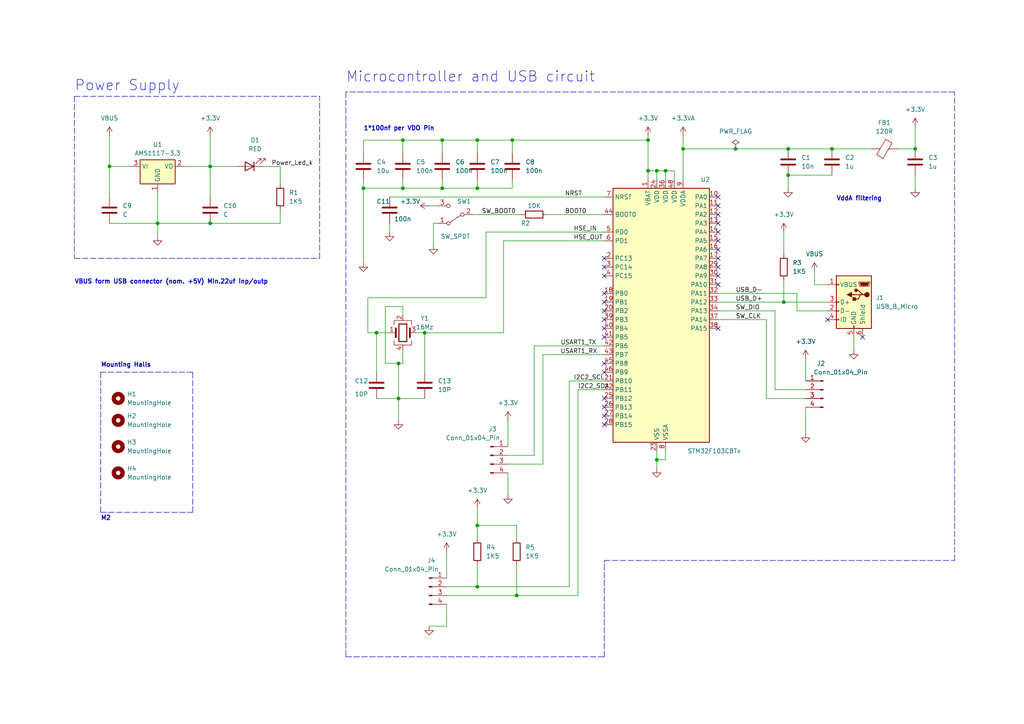
<source format=kicad_sch>
(kicad_sch (version 20230121) (generator eeschema)

  (uuid 136ccb80-ff70-43a6-8d9b-34aee1f4f5cb)

  (paper "A4")

  (lib_symbols
    (symbol "Connector:Conn_01x04_Pin" (pin_names (offset 1.016) hide) (in_bom yes) (on_board yes)
      (property "Reference" "J" (at 0 5.08 0)
        (effects (font (size 1.27 1.27)))
      )
      (property "Value" "Conn_01x04_Pin" (at 0 -7.62 0)
        (effects (font (size 1.27 1.27)))
      )
      (property "Footprint" "" (at 0 0 0)
        (effects (font (size 1.27 1.27)) hide)
      )
      (property "Datasheet" "~" (at 0 0 0)
        (effects (font (size 1.27 1.27)) hide)
      )
      (property "ki_locked" "" (at 0 0 0)
        (effects (font (size 1.27 1.27)))
      )
      (property "ki_keywords" "connector" (at 0 0 0)
        (effects (font (size 1.27 1.27)) hide)
      )
      (property "ki_description" "Generic connector, single row, 01x04, script generated" (at 0 0 0)
        (effects (font (size 1.27 1.27)) hide)
      )
      (property "ki_fp_filters" "Connector*:*_1x??_*" (at 0 0 0)
        (effects (font (size 1.27 1.27)) hide)
      )
      (symbol "Conn_01x04_Pin_1_1"
        (polyline
          (pts
            (xy 1.27 -5.08)
            (xy 0.8636 -5.08)
          )
          (stroke (width 0.1524) (type default))
          (fill (type none))
        )
        (polyline
          (pts
            (xy 1.27 -2.54)
            (xy 0.8636 -2.54)
          )
          (stroke (width 0.1524) (type default))
          (fill (type none))
        )
        (polyline
          (pts
            (xy 1.27 0)
            (xy 0.8636 0)
          )
          (stroke (width 0.1524) (type default))
          (fill (type none))
        )
        (polyline
          (pts
            (xy 1.27 2.54)
            (xy 0.8636 2.54)
          )
          (stroke (width 0.1524) (type default))
          (fill (type none))
        )
        (rectangle (start 0.8636 -4.953) (end 0 -5.207)
          (stroke (width 0.1524) (type default))
          (fill (type outline))
        )
        (rectangle (start 0.8636 -2.413) (end 0 -2.667)
          (stroke (width 0.1524) (type default))
          (fill (type outline))
        )
        (rectangle (start 0.8636 0.127) (end 0 -0.127)
          (stroke (width 0.1524) (type default))
          (fill (type outline))
        )
        (rectangle (start 0.8636 2.667) (end 0 2.413)
          (stroke (width 0.1524) (type default))
          (fill (type outline))
        )
        (pin passive line (at 5.08 2.54 180) (length 3.81)
          (name "Pin_1" (effects (font (size 1.27 1.27))))
          (number "1" (effects (font (size 1.27 1.27))))
        )
        (pin passive line (at 5.08 0 180) (length 3.81)
          (name "Pin_2" (effects (font (size 1.27 1.27))))
          (number "2" (effects (font (size 1.27 1.27))))
        )
        (pin passive line (at 5.08 -2.54 180) (length 3.81)
          (name "Pin_3" (effects (font (size 1.27 1.27))))
          (number "3" (effects (font (size 1.27 1.27))))
        )
        (pin passive line (at 5.08 -5.08 180) (length 3.81)
          (name "Pin_4" (effects (font (size 1.27 1.27))))
          (number "4" (effects (font (size 1.27 1.27))))
        )
      )
    )
    (symbol "Connector:USB_B_Micro" (pin_names (offset 1.016)) (in_bom yes) (on_board yes)
      (property "Reference" "J" (at -5.08 11.43 0)
        (effects (font (size 1.27 1.27)) (justify left))
      )
      (property "Value" "USB_B_Micro" (at -5.08 8.89 0)
        (effects (font (size 1.27 1.27)) (justify left))
      )
      (property "Footprint" "" (at 3.81 -1.27 0)
        (effects (font (size 1.27 1.27)) hide)
      )
      (property "Datasheet" "~" (at 3.81 -1.27 0)
        (effects (font (size 1.27 1.27)) hide)
      )
      (property "ki_keywords" "connector USB micro" (at 0 0 0)
        (effects (font (size 1.27 1.27)) hide)
      )
      (property "ki_description" "USB Micro Type B connector" (at 0 0 0)
        (effects (font (size 1.27 1.27)) hide)
      )
      (property "ki_fp_filters" "USB*" (at 0 0 0)
        (effects (font (size 1.27 1.27)) hide)
      )
      (symbol "USB_B_Micro_0_1"
        (rectangle (start -5.08 -7.62) (end 5.08 7.62)
          (stroke (width 0.254) (type default))
          (fill (type background))
        )
        (circle (center -3.81 2.159) (radius 0.635)
          (stroke (width 0.254) (type default))
          (fill (type outline))
        )
        (circle (center -0.635 3.429) (radius 0.381)
          (stroke (width 0.254) (type default))
          (fill (type outline))
        )
        (rectangle (start -0.127 -7.62) (end 0.127 -6.858)
          (stroke (width 0) (type default))
          (fill (type none))
        )
        (polyline
          (pts
            (xy -1.905 2.159)
            (xy 0.635 2.159)
          )
          (stroke (width 0.254) (type default))
          (fill (type none))
        )
        (polyline
          (pts
            (xy -3.175 2.159)
            (xy -2.54 2.159)
            (xy -1.27 3.429)
            (xy -0.635 3.429)
          )
          (stroke (width 0.254) (type default))
          (fill (type none))
        )
        (polyline
          (pts
            (xy -2.54 2.159)
            (xy -1.905 2.159)
            (xy -1.27 0.889)
            (xy 0 0.889)
          )
          (stroke (width 0.254) (type default))
          (fill (type none))
        )
        (polyline
          (pts
            (xy 0.635 2.794)
            (xy 0.635 1.524)
            (xy 1.905 2.159)
            (xy 0.635 2.794)
          )
          (stroke (width 0.254) (type default))
          (fill (type outline))
        )
        (polyline
          (pts
            (xy -4.318 5.588)
            (xy -1.778 5.588)
            (xy -2.032 4.826)
            (xy -4.064 4.826)
            (xy -4.318 5.588)
          )
          (stroke (width 0) (type default))
          (fill (type outline))
        )
        (polyline
          (pts
            (xy -4.699 5.842)
            (xy -4.699 5.588)
            (xy -4.445 4.826)
            (xy -4.445 4.572)
            (xy -1.651 4.572)
            (xy -1.651 4.826)
            (xy -1.397 5.588)
            (xy -1.397 5.842)
            (xy -4.699 5.842)
          )
          (stroke (width 0) (type default))
          (fill (type none))
        )
        (rectangle (start 0.254 1.27) (end -0.508 0.508)
          (stroke (width 0.254) (type default))
          (fill (type outline))
        )
        (rectangle (start 5.08 -5.207) (end 4.318 -4.953)
          (stroke (width 0) (type default))
          (fill (type none))
        )
        (rectangle (start 5.08 -2.667) (end 4.318 -2.413)
          (stroke (width 0) (type default))
          (fill (type none))
        )
        (rectangle (start 5.08 -0.127) (end 4.318 0.127)
          (stroke (width 0) (type default))
          (fill (type none))
        )
        (rectangle (start 5.08 4.953) (end 4.318 5.207)
          (stroke (width 0) (type default))
          (fill (type none))
        )
      )
      (symbol "USB_B_Micro_1_1"
        (pin power_out line (at 7.62 5.08 180) (length 2.54)
          (name "VBUS" (effects (font (size 1.27 1.27))))
          (number "1" (effects (font (size 1.27 1.27))))
        )
        (pin bidirectional line (at 7.62 -2.54 180) (length 2.54)
          (name "D-" (effects (font (size 1.27 1.27))))
          (number "2" (effects (font (size 1.27 1.27))))
        )
        (pin bidirectional line (at 7.62 0 180) (length 2.54)
          (name "D+" (effects (font (size 1.27 1.27))))
          (number "3" (effects (font (size 1.27 1.27))))
        )
        (pin passive line (at 7.62 -5.08 180) (length 2.54)
          (name "ID" (effects (font (size 1.27 1.27))))
          (number "4" (effects (font (size 1.27 1.27))))
        )
        (pin power_out line (at 0 -10.16 90) (length 2.54)
          (name "GND" (effects (font (size 1.27 1.27))))
          (number "5" (effects (font (size 1.27 1.27))))
        )
        (pin passive line (at -2.54 -10.16 90) (length 2.54)
          (name "Shield" (effects (font (size 1.27 1.27))))
          (number "6" (effects (font (size 1.27 1.27))))
        )
      )
    )
    (symbol "Device:C" (pin_numbers hide) (pin_names (offset 0.254)) (in_bom yes) (on_board yes)
      (property "Reference" "C" (at 0.635 2.54 0)
        (effects (font (size 1.27 1.27)) (justify left))
      )
      (property "Value" "C" (at 0.635 -2.54 0)
        (effects (font (size 1.27 1.27)) (justify left))
      )
      (property "Footprint" "" (at 0.9652 -3.81 0)
        (effects (font (size 1.27 1.27)) hide)
      )
      (property "Datasheet" "~" (at 0 0 0)
        (effects (font (size 1.27 1.27)) hide)
      )
      (property "ki_keywords" "cap capacitor" (at 0 0 0)
        (effects (font (size 1.27 1.27)) hide)
      )
      (property "ki_description" "Unpolarized capacitor" (at 0 0 0)
        (effects (font (size 1.27 1.27)) hide)
      )
      (property "ki_fp_filters" "C_*" (at 0 0 0)
        (effects (font (size 1.27 1.27)) hide)
      )
      (symbol "C_0_1"
        (polyline
          (pts
            (xy -2.032 -0.762)
            (xy 2.032 -0.762)
          )
          (stroke (width 0.508) (type default))
          (fill (type none))
        )
        (polyline
          (pts
            (xy -2.032 0.762)
            (xy 2.032 0.762)
          )
          (stroke (width 0.508) (type default))
          (fill (type none))
        )
      )
      (symbol "C_1_1"
        (pin passive line (at 0 3.81 270) (length 2.794)
          (name "~" (effects (font (size 1.27 1.27))))
          (number "1" (effects (font (size 1.27 1.27))))
        )
        (pin passive line (at 0 -3.81 90) (length 2.794)
          (name "~" (effects (font (size 1.27 1.27))))
          (number "2" (effects (font (size 1.27 1.27))))
        )
      )
    )
    (symbol "Device:Crystal_GND24" (pin_names (offset 1.016) hide) (in_bom yes) (on_board yes)
      (property "Reference" "Y" (at 3.175 5.08 0)
        (effects (font (size 1.27 1.27)) (justify left))
      )
      (property "Value" "Crystal_GND24" (at 3.175 3.175 0)
        (effects (font (size 1.27 1.27)) (justify left))
      )
      (property "Footprint" "" (at 0 0 0)
        (effects (font (size 1.27 1.27)) hide)
      )
      (property "Datasheet" "~" (at 0 0 0)
        (effects (font (size 1.27 1.27)) hide)
      )
      (property "ki_keywords" "quartz ceramic resonator oscillator" (at 0 0 0)
        (effects (font (size 1.27 1.27)) hide)
      )
      (property "ki_description" "Four pin crystal, GND on pins 2 and 4" (at 0 0 0)
        (effects (font (size 1.27 1.27)) hide)
      )
      (property "ki_fp_filters" "Crystal*" (at 0 0 0)
        (effects (font (size 1.27 1.27)) hide)
      )
      (symbol "Crystal_GND24_0_1"
        (rectangle (start -1.143 2.54) (end 1.143 -2.54)
          (stroke (width 0.3048) (type default))
          (fill (type none))
        )
        (polyline
          (pts
            (xy -2.54 0)
            (xy -2.032 0)
          )
          (stroke (width 0) (type default))
          (fill (type none))
        )
        (polyline
          (pts
            (xy -2.032 -1.27)
            (xy -2.032 1.27)
          )
          (stroke (width 0.508) (type default))
          (fill (type none))
        )
        (polyline
          (pts
            (xy 0 -3.81)
            (xy 0 -3.556)
          )
          (stroke (width 0) (type default))
          (fill (type none))
        )
        (polyline
          (pts
            (xy 0 3.556)
            (xy 0 3.81)
          )
          (stroke (width 0) (type default))
          (fill (type none))
        )
        (polyline
          (pts
            (xy 2.032 -1.27)
            (xy 2.032 1.27)
          )
          (stroke (width 0.508) (type default))
          (fill (type none))
        )
        (polyline
          (pts
            (xy 2.032 0)
            (xy 2.54 0)
          )
          (stroke (width 0) (type default))
          (fill (type none))
        )
        (polyline
          (pts
            (xy -2.54 -2.286)
            (xy -2.54 -3.556)
            (xy 2.54 -3.556)
            (xy 2.54 -2.286)
          )
          (stroke (width 0) (type default))
          (fill (type none))
        )
        (polyline
          (pts
            (xy -2.54 2.286)
            (xy -2.54 3.556)
            (xy 2.54 3.556)
            (xy 2.54 2.286)
          )
          (stroke (width 0) (type default))
          (fill (type none))
        )
      )
      (symbol "Crystal_GND24_1_1"
        (pin passive line (at -3.81 0 0) (length 1.27)
          (name "1" (effects (font (size 1.27 1.27))))
          (number "1" (effects (font (size 1.27 1.27))))
        )
        (pin passive line (at 0 5.08 270) (length 1.27)
          (name "2" (effects (font (size 1.27 1.27))))
          (number "2" (effects (font (size 1.27 1.27))))
        )
        (pin passive line (at 3.81 0 180) (length 1.27)
          (name "3" (effects (font (size 1.27 1.27))))
          (number "3" (effects (font (size 1.27 1.27))))
        )
        (pin passive line (at 0 -5.08 90) (length 1.27)
          (name "4" (effects (font (size 1.27 1.27))))
          (number "4" (effects (font (size 1.27 1.27))))
        )
      )
    )
    (symbol "Device:FerriteBead" (pin_numbers hide) (pin_names (offset 0)) (in_bom yes) (on_board yes)
      (property "Reference" "FB" (at -3.81 0.635 90)
        (effects (font (size 1.27 1.27)))
      )
      (property "Value" "FerriteBead" (at 3.81 0 90)
        (effects (font (size 1.27 1.27)))
      )
      (property "Footprint" "" (at -1.778 0 90)
        (effects (font (size 1.27 1.27)) hide)
      )
      (property "Datasheet" "~" (at 0 0 0)
        (effects (font (size 1.27 1.27)) hide)
      )
      (property "ki_keywords" "L ferrite bead inductor filter" (at 0 0 0)
        (effects (font (size 1.27 1.27)) hide)
      )
      (property "ki_description" "Ferrite bead" (at 0 0 0)
        (effects (font (size 1.27 1.27)) hide)
      )
      (property "ki_fp_filters" "Inductor_* L_* *Ferrite*" (at 0 0 0)
        (effects (font (size 1.27 1.27)) hide)
      )
      (symbol "FerriteBead_0_1"
        (polyline
          (pts
            (xy 0 -1.27)
            (xy 0 -1.2192)
          )
          (stroke (width 0) (type default))
          (fill (type none))
        )
        (polyline
          (pts
            (xy 0 1.27)
            (xy 0 1.2954)
          )
          (stroke (width 0) (type default))
          (fill (type none))
        )
        (polyline
          (pts
            (xy -2.7686 0.4064)
            (xy -1.7018 2.2606)
            (xy 2.7686 -0.3048)
            (xy 1.6764 -2.159)
            (xy -2.7686 0.4064)
          )
          (stroke (width 0) (type default))
          (fill (type none))
        )
      )
      (symbol "FerriteBead_1_1"
        (pin passive line (at 0 3.81 270) (length 2.54)
          (name "~" (effects (font (size 1.27 1.27))))
          (number "1" (effects (font (size 1.27 1.27))))
        )
        (pin passive line (at 0 -3.81 90) (length 2.54)
          (name "~" (effects (font (size 1.27 1.27))))
          (number "2" (effects (font (size 1.27 1.27))))
        )
      )
    )
    (symbol "Device:LED" (pin_numbers hide) (pin_names (offset 1.016) hide) (in_bom yes) (on_board yes)
      (property "Reference" "D" (at 0 2.54 0)
        (effects (font (size 1.27 1.27)))
      )
      (property "Value" "LED" (at 0 -2.54 0)
        (effects (font (size 1.27 1.27)))
      )
      (property "Footprint" "" (at 0 0 0)
        (effects (font (size 1.27 1.27)) hide)
      )
      (property "Datasheet" "~" (at 0 0 0)
        (effects (font (size 1.27 1.27)) hide)
      )
      (property "ki_keywords" "LED diode" (at 0 0 0)
        (effects (font (size 1.27 1.27)) hide)
      )
      (property "ki_description" "Light emitting diode" (at 0 0 0)
        (effects (font (size 1.27 1.27)) hide)
      )
      (property "ki_fp_filters" "LED* LED_SMD:* LED_THT:*" (at 0 0 0)
        (effects (font (size 1.27 1.27)) hide)
      )
      (symbol "LED_0_1"
        (polyline
          (pts
            (xy -1.27 -1.27)
            (xy -1.27 1.27)
          )
          (stroke (width 0.254) (type default))
          (fill (type none))
        )
        (polyline
          (pts
            (xy -1.27 0)
            (xy 1.27 0)
          )
          (stroke (width 0) (type default))
          (fill (type none))
        )
        (polyline
          (pts
            (xy 1.27 -1.27)
            (xy 1.27 1.27)
            (xy -1.27 0)
            (xy 1.27 -1.27)
          )
          (stroke (width 0.254) (type default))
          (fill (type none))
        )
        (polyline
          (pts
            (xy -3.048 -0.762)
            (xy -4.572 -2.286)
            (xy -3.81 -2.286)
            (xy -4.572 -2.286)
            (xy -4.572 -1.524)
          )
          (stroke (width 0) (type default))
          (fill (type none))
        )
        (polyline
          (pts
            (xy -1.778 -0.762)
            (xy -3.302 -2.286)
            (xy -2.54 -2.286)
            (xy -3.302 -2.286)
            (xy -3.302 -1.524)
          )
          (stroke (width 0) (type default))
          (fill (type none))
        )
      )
      (symbol "LED_1_1"
        (pin passive line (at -3.81 0 0) (length 2.54)
          (name "K" (effects (font (size 1.27 1.27))))
          (number "1" (effects (font (size 1.27 1.27))))
        )
        (pin passive line (at 3.81 0 180) (length 2.54)
          (name "A" (effects (font (size 1.27 1.27))))
          (number "2" (effects (font (size 1.27 1.27))))
        )
      )
    )
    (symbol "Device:R" (pin_numbers hide) (pin_names (offset 0)) (in_bom yes) (on_board yes)
      (property "Reference" "R" (at 2.032 0 90)
        (effects (font (size 1.27 1.27)))
      )
      (property "Value" "R" (at 0 0 90)
        (effects (font (size 1.27 1.27)))
      )
      (property "Footprint" "" (at -1.778 0 90)
        (effects (font (size 1.27 1.27)) hide)
      )
      (property "Datasheet" "~" (at 0 0 0)
        (effects (font (size 1.27 1.27)) hide)
      )
      (property "ki_keywords" "R res resistor" (at 0 0 0)
        (effects (font (size 1.27 1.27)) hide)
      )
      (property "ki_description" "Resistor" (at 0 0 0)
        (effects (font (size 1.27 1.27)) hide)
      )
      (property "ki_fp_filters" "R_*" (at 0 0 0)
        (effects (font (size 1.27 1.27)) hide)
      )
      (symbol "R_0_1"
        (rectangle (start -1.016 -2.54) (end 1.016 2.54)
          (stroke (width 0.254) (type default))
          (fill (type none))
        )
      )
      (symbol "R_1_1"
        (pin passive line (at 0 3.81 270) (length 1.27)
          (name "~" (effects (font (size 1.27 1.27))))
          (number "1" (effects (font (size 1.27 1.27))))
        )
        (pin passive line (at 0 -3.81 90) (length 1.27)
          (name "~" (effects (font (size 1.27 1.27))))
          (number "2" (effects (font (size 1.27 1.27))))
        )
      )
    )
    (symbol "MCU_ST_STM32F1:STM32F103CBTx" (in_bom yes) (on_board yes)
      (property "Reference" "U" (at -12.7 39.37 0)
        (effects (font (size 1.27 1.27)) (justify left))
      )
      (property "Value" "STM32F103CBTx" (at 10.16 39.37 0)
        (effects (font (size 1.27 1.27)) (justify left))
      )
      (property "Footprint" "Package_QFP:LQFP-48_7x7mm_P0.5mm" (at -12.7 -35.56 0)
        (effects (font (size 1.27 1.27)) (justify right) hide)
      )
      (property "Datasheet" "https://www.st.com/resource/en/datasheet/stm32f103cb.pdf" (at 0 0 0)
        (effects (font (size 1.27 1.27)) hide)
      )
      (property "ki_locked" "" (at 0 0 0)
        (effects (font (size 1.27 1.27)))
      )
      (property "ki_keywords" "Arm Cortex-M3 STM32F1 STM32F103" (at 0 0 0)
        (effects (font (size 1.27 1.27)) hide)
      )
      (property "ki_description" "STMicroelectronics Arm Cortex-M3 MCU, 128KB flash, 20KB RAM, 72 MHz, 2.0-3.6V, 37 GPIO, LQFP48" (at 0 0 0)
        (effects (font (size 1.27 1.27)) hide)
      )
      (property "ki_fp_filters" "LQFP*7x7mm*P0.5mm*" (at 0 0 0)
        (effects (font (size 1.27 1.27)) hide)
      )
      (symbol "STM32F103CBTx_0_1"
        (rectangle (start -12.7 -35.56) (end 15.24 38.1)
          (stroke (width 0.254) (type default))
          (fill (type background))
        )
      )
      (symbol "STM32F103CBTx_1_1"
        (pin power_in line (at -2.54 40.64 270) (length 2.54)
          (name "VBAT" (effects (font (size 1.27 1.27))))
          (number "1" (effects (font (size 1.27 1.27))))
        )
        (pin bidirectional line (at 17.78 35.56 180) (length 2.54)
          (name "PA0" (effects (font (size 1.27 1.27))))
          (number "10" (effects (font (size 1.27 1.27))))
          (alternate "ADC1_IN0" bidirectional line)
          (alternate "ADC2_IN0" bidirectional line)
          (alternate "SYS_WKUP" bidirectional line)
          (alternate "TIM2_CH1" bidirectional line)
          (alternate "TIM2_ETR" bidirectional line)
          (alternate "USART2_CTS" bidirectional line)
        )
        (pin bidirectional line (at 17.78 33.02 180) (length 2.54)
          (name "PA1" (effects (font (size 1.27 1.27))))
          (number "11" (effects (font (size 1.27 1.27))))
          (alternate "ADC1_IN1" bidirectional line)
          (alternate "ADC2_IN1" bidirectional line)
          (alternate "TIM2_CH2" bidirectional line)
          (alternate "USART2_RTS" bidirectional line)
        )
        (pin bidirectional line (at 17.78 30.48 180) (length 2.54)
          (name "PA2" (effects (font (size 1.27 1.27))))
          (number "12" (effects (font (size 1.27 1.27))))
          (alternate "ADC1_IN2" bidirectional line)
          (alternate "ADC2_IN2" bidirectional line)
          (alternate "TIM2_CH3" bidirectional line)
          (alternate "USART2_TX" bidirectional line)
        )
        (pin bidirectional line (at 17.78 27.94 180) (length 2.54)
          (name "PA3" (effects (font (size 1.27 1.27))))
          (number "13" (effects (font (size 1.27 1.27))))
          (alternate "ADC1_IN3" bidirectional line)
          (alternate "ADC2_IN3" bidirectional line)
          (alternate "TIM2_CH4" bidirectional line)
          (alternate "USART2_RX" bidirectional line)
        )
        (pin bidirectional line (at 17.78 25.4 180) (length 2.54)
          (name "PA4" (effects (font (size 1.27 1.27))))
          (number "14" (effects (font (size 1.27 1.27))))
          (alternate "ADC1_IN4" bidirectional line)
          (alternate "ADC2_IN4" bidirectional line)
          (alternate "SPI1_NSS" bidirectional line)
          (alternate "USART2_CK" bidirectional line)
        )
        (pin bidirectional line (at 17.78 22.86 180) (length 2.54)
          (name "PA5" (effects (font (size 1.27 1.27))))
          (number "15" (effects (font (size 1.27 1.27))))
          (alternate "ADC1_IN5" bidirectional line)
          (alternate "ADC2_IN5" bidirectional line)
          (alternate "SPI1_SCK" bidirectional line)
        )
        (pin bidirectional line (at 17.78 20.32 180) (length 2.54)
          (name "PA6" (effects (font (size 1.27 1.27))))
          (number "16" (effects (font (size 1.27 1.27))))
          (alternate "ADC1_IN6" bidirectional line)
          (alternate "ADC2_IN6" bidirectional line)
          (alternate "SPI1_MISO" bidirectional line)
          (alternate "TIM1_BKIN" bidirectional line)
          (alternate "TIM3_CH1" bidirectional line)
        )
        (pin bidirectional line (at 17.78 17.78 180) (length 2.54)
          (name "PA7" (effects (font (size 1.27 1.27))))
          (number "17" (effects (font (size 1.27 1.27))))
          (alternate "ADC1_IN7" bidirectional line)
          (alternate "ADC2_IN7" bidirectional line)
          (alternate "SPI1_MOSI" bidirectional line)
          (alternate "TIM1_CH1N" bidirectional line)
          (alternate "TIM3_CH2" bidirectional line)
        )
        (pin bidirectional line (at -15.24 7.62 0) (length 2.54)
          (name "PB0" (effects (font (size 1.27 1.27))))
          (number "18" (effects (font (size 1.27 1.27))))
          (alternate "ADC1_IN8" bidirectional line)
          (alternate "ADC2_IN8" bidirectional line)
          (alternate "TIM1_CH2N" bidirectional line)
          (alternate "TIM3_CH3" bidirectional line)
        )
        (pin bidirectional line (at -15.24 5.08 0) (length 2.54)
          (name "PB1" (effects (font (size 1.27 1.27))))
          (number "19" (effects (font (size 1.27 1.27))))
          (alternate "ADC1_IN9" bidirectional line)
          (alternate "ADC2_IN9" bidirectional line)
          (alternate "TIM1_CH3N" bidirectional line)
          (alternate "TIM3_CH4" bidirectional line)
        )
        (pin bidirectional line (at -15.24 17.78 0) (length 2.54)
          (name "PC13" (effects (font (size 1.27 1.27))))
          (number "2" (effects (font (size 1.27 1.27))))
          (alternate "RTC_OUT" bidirectional line)
          (alternate "RTC_TAMPER" bidirectional line)
        )
        (pin bidirectional line (at -15.24 2.54 0) (length 2.54)
          (name "PB2" (effects (font (size 1.27 1.27))))
          (number "20" (effects (font (size 1.27 1.27))))
        )
        (pin bidirectional line (at -15.24 -17.78 0) (length 2.54)
          (name "PB10" (effects (font (size 1.27 1.27))))
          (number "21" (effects (font (size 1.27 1.27))))
          (alternate "I2C2_SCL" bidirectional line)
          (alternate "TIM2_CH3" bidirectional line)
          (alternate "USART3_TX" bidirectional line)
        )
        (pin bidirectional line (at -15.24 -20.32 0) (length 2.54)
          (name "PB11" (effects (font (size 1.27 1.27))))
          (number "22" (effects (font (size 1.27 1.27))))
          (alternate "ADC1_EXTI11" bidirectional line)
          (alternate "ADC2_EXTI11" bidirectional line)
          (alternate "I2C2_SDA" bidirectional line)
          (alternate "TIM2_CH4" bidirectional line)
          (alternate "USART3_RX" bidirectional line)
        )
        (pin power_in line (at 0 -38.1 90) (length 2.54)
          (name "VSS" (effects (font (size 1.27 1.27))))
          (number "23" (effects (font (size 1.27 1.27))))
        )
        (pin power_in line (at 0 40.64 270) (length 2.54)
          (name "VDD" (effects (font (size 1.27 1.27))))
          (number "24" (effects (font (size 1.27 1.27))))
        )
        (pin bidirectional line (at -15.24 -22.86 0) (length 2.54)
          (name "PB12" (effects (font (size 1.27 1.27))))
          (number "25" (effects (font (size 1.27 1.27))))
          (alternate "I2C2_SMBA" bidirectional line)
          (alternate "SPI2_NSS" bidirectional line)
          (alternate "TIM1_BKIN" bidirectional line)
          (alternate "USART3_CK" bidirectional line)
        )
        (pin bidirectional line (at -15.24 -25.4 0) (length 2.54)
          (name "PB13" (effects (font (size 1.27 1.27))))
          (number "26" (effects (font (size 1.27 1.27))))
          (alternate "SPI2_SCK" bidirectional line)
          (alternate "TIM1_CH1N" bidirectional line)
          (alternate "USART3_CTS" bidirectional line)
        )
        (pin bidirectional line (at -15.24 -27.94 0) (length 2.54)
          (name "PB14" (effects (font (size 1.27 1.27))))
          (number "27" (effects (font (size 1.27 1.27))))
          (alternate "SPI2_MISO" bidirectional line)
          (alternate "TIM1_CH2N" bidirectional line)
          (alternate "USART3_RTS" bidirectional line)
        )
        (pin bidirectional line (at -15.24 -30.48 0) (length 2.54)
          (name "PB15" (effects (font (size 1.27 1.27))))
          (number "28" (effects (font (size 1.27 1.27))))
          (alternate "ADC1_EXTI15" bidirectional line)
          (alternate "ADC2_EXTI15" bidirectional line)
          (alternate "SPI2_MOSI" bidirectional line)
          (alternate "TIM1_CH3N" bidirectional line)
        )
        (pin bidirectional line (at 17.78 15.24 180) (length 2.54)
          (name "PA8" (effects (font (size 1.27 1.27))))
          (number "29" (effects (font (size 1.27 1.27))))
          (alternate "RCC_MCO" bidirectional line)
          (alternate "TIM1_CH1" bidirectional line)
          (alternate "USART1_CK" bidirectional line)
        )
        (pin bidirectional line (at -15.24 15.24 0) (length 2.54)
          (name "PC14" (effects (font (size 1.27 1.27))))
          (number "3" (effects (font (size 1.27 1.27))))
          (alternate "RCC_OSC32_IN" bidirectional line)
        )
        (pin bidirectional line (at 17.78 12.7 180) (length 2.54)
          (name "PA9" (effects (font (size 1.27 1.27))))
          (number "30" (effects (font (size 1.27 1.27))))
          (alternate "TIM1_CH2" bidirectional line)
          (alternate "USART1_TX" bidirectional line)
        )
        (pin bidirectional line (at 17.78 10.16 180) (length 2.54)
          (name "PA10" (effects (font (size 1.27 1.27))))
          (number "31" (effects (font (size 1.27 1.27))))
          (alternate "TIM1_CH3" bidirectional line)
          (alternate "USART1_RX" bidirectional line)
        )
        (pin bidirectional line (at 17.78 7.62 180) (length 2.54)
          (name "PA11" (effects (font (size 1.27 1.27))))
          (number "32" (effects (font (size 1.27 1.27))))
          (alternate "ADC1_EXTI11" bidirectional line)
          (alternate "ADC2_EXTI11" bidirectional line)
          (alternate "CAN_RX" bidirectional line)
          (alternate "TIM1_CH4" bidirectional line)
          (alternate "USART1_CTS" bidirectional line)
          (alternate "USB_DM" bidirectional line)
        )
        (pin bidirectional line (at 17.78 5.08 180) (length 2.54)
          (name "PA12" (effects (font (size 1.27 1.27))))
          (number "33" (effects (font (size 1.27 1.27))))
          (alternate "CAN_TX" bidirectional line)
          (alternate "TIM1_ETR" bidirectional line)
          (alternate "USART1_RTS" bidirectional line)
          (alternate "USB_DP" bidirectional line)
        )
        (pin bidirectional line (at 17.78 2.54 180) (length 2.54)
          (name "PA13" (effects (font (size 1.27 1.27))))
          (number "34" (effects (font (size 1.27 1.27))))
          (alternate "SYS_JTMS-SWDIO" bidirectional line)
        )
        (pin passive line (at 0 -38.1 90) (length 2.54) hide
          (name "VSS" (effects (font (size 1.27 1.27))))
          (number "35" (effects (font (size 1.27 1.27))))
        )
        (pin power_in line (at 2.54 40.64 270) (length 2.54)
          (name "VDD" (effects (font (size 1.27 1.27))))
          (number "36" (effects (font (size 1.27 1.27))))
        )
        (pin bidirectional line (at 17.78 0 180) (length 2.54)
          (name "PA14" (effects (font (size 1.27 1.27))))
          (number "37" (effects (font (size 1.27 1.27))))
          (alternate "SYS_JTCK-SWCLK" bidirectional line)
        )
        (pin bidirectional line (at 17.78 -2.54 180) (length 2.54)
          (name "PA15" (effects (font (size 1.27 1.27))))
          (number "38" (effects (font (size 1.27 1.27))))
          (alternate "ADC1_EXTI15" bidirectional line)
          (alternate "ADC2_EXTI15" bidirectional line)
          (alternate "SPI1_NSS" bidirectional line)
          (alternate "SYS_JTDI" bidirectional line)
          (alternate "TIM2_CH1" bidirectional line)
          (alternate "TIM2_ETR" bidirectional line)
        )
        (pin bidirectional line (at -15.24 0 0) (length 2.54)
          (name "PB3" (effects (font (size 1.27 1.27))))
          (number "39" (effects (font (size 1.27 1.27))))
          (alternate "SPI1_SCK" bidirectional line)
          (alternate "SYS_JTDO-TRACESWO" bidirectional line)
          (alternate "TIM2_CH2" bidirectional line)
        )
        (pin bidirectional line (at -15.24 12.7 0) (length 2.54)
          (name "PC15" (effects (font (size 1.27 1.27))))
          (number "4" (effects (font (size 1.27 1.27))))
          (alternate "ADC1_EXTI15" bidirectional line)
          (alternate "ADC2_EXTI15" bidirectional line)
          (alternate "RCC_OSC32_OUT" bidirectional line)
        )
        (pin bidirectional line (at -15.24 -2.54 0) (length 2.54)
          (name "PB4" (effects (font (size 1.27 1.27))))
          (number "40" (effects (font (size 1.27 1.27))))
          (alternate "SPI1_MISO" bidirectional line)
          (alternate "SYS_NJTRST" bidirectional line)
          (alternate "TIM3_CH1" bidirectional line)
        )
        (pin bidirectional line (at -15.24 -5.08 0) (length 2.54)
          (name "PB5" (effects (font (size 1.27 1.27))))
          (number "41" (effects (font (size 1.27 1.27))))
          (alternate "I2C1_SMBA" bidirectional line)
          (alternate "SPI1_MOSI" bidirectional line)
          (alternate "TIM3_CH2" bidirectional line)
        )
        (pin bidirectional line (at -15.24 -7.62 0) (length 2.54)
          (name "PB6" (effects (font (size 1.27 1.27))))
          (number "42" (effects (font (size 1.27 1.27))))
          (alternate "I2C1_SCL" bidirectional line)
          (alternate "TIM4_CH1" bidirectional line)
          (alternate "USART1_TX" bidirectional line)
        )
        (pin bidirectional line (at -15.24 -10.16 0) (length 2.54)
          (name "PB7" (effects (font (size 1.27 1.27))))
          (number "43" (effects (font (size 1.27 1.27))))
          (alternate "I2C1_SDA" bidirectional line)
          (alternate "TIM4_CH2" bidirectional line)
          (alternate "USART1_RX" bidirectional line)
        )
        (pin input line (at -15.24 30.48 0) (length 2.54)
          (name "BOOT0" (effects (font (size 1.27 1.27))))
          (number "44" (effects (font (size 1.27 1.27))))
        )
        (pin bidirectional line (at -15.24 -12.7 0) (length 2.54)
          (name "PB8" (effects (font (size 1.27 1.27))))
          (number "45" (effects (font (size 1.27 1.27))))
          (alternate "CAN_RX" bidirectional line)
          (alternate "I2C1_SCL" bidirectional line)
          (alternate "TIM4_CH3" bidirectional line)
        )
        (pin bidirectional line (at -15.24 -15.24 0) (length 2.54)
          (name "PB9" (effects (font (size 1.27 1.27))))
          (number "46" (effects (font (size 1.27 1.27))))
          (alternate "CAN_TX" bidirectional line)
          (alternate "I2C1_SDA" bidirectional line)
          (alternate "TIM4_CH4" bidirectional line)
        )
        (pin passive line (at 0 -38.1 90) (length 2.54) hide
          (name "VSS" (effects (font (size 1.27 1.27))))
          (number "47" (effects (font (size 1.27 1.27))))
        )
        (pin power_in line (at 5.08 40.64 270) (length 2.54)
          (name "VDD" (effects (font (size 1.27 1.27))))
          (number "48" (effects (font (size 1.27 1.27))))
        )
        (pin bidirectional line (at -15.24 25.4 0) (length 2.54)
          (name "PD0" (effects (font (size 1.27 1.27))))
          (number "5" (effects (font (size 1.27 1.27))))
          (alternate "RCC_OSC_IN" bidirectional line)
        )
        (pin bidirectional line (at -15.24 22.86 0) (length 2.54)
          (name "PD1" (effects (font (size 1.27 1.27))))
          (number "6" (effects (font (size 1.27 1.27))))
          (alternate "RCC_OSC_OUT" bidirectional line)
        )
        (pin input line (at -15.24 35.56 0) (length 2.54)
          (name "NRST" (effects (font (size 1.27 1.27))))
          (number "7" (effects (font (size 1.27 1.27))))
        )
        (pin power_in line (at 2.54 -38.1 90) (length 2.54)
          (name "VSSA" (effects (font (size 1.27 1.27))))
          (number "8" (effects (font (size 1.27 1.27))))
        )
        (pin power_in line (at 7.62 40.64 270) (length 2.54)
          (name "VDDA" (effects (font (size 1.27 1.27))))
          (number "9" (effects (font (size 1.27 1.27))))
        )
      )
    )
    (symbol "Mechanical:MountingHole" (pin_names (offset 1.016)) (in_bom yes) (on_board yes)
      (property "Reference" "H" (at 0 5.08 0)
        (effects (font (size 1.27 1.27)))
      )
      (property "Value" "MountingHole" (at 0 3.175 0)
        (effects (font (size 1.27 1.27)))
      )
      (property "Footprint" "" (at 0 0 0)
        (effects (font (size 1.27 1.27)) hide)
      )
      (property "Datasheet" "~" (at 0 0 0)
        (effects (font (size 1.27 1.27)) hide)
      )
      (property "ki_keywords" "mounting hole" (at 0 0 0)
        (effects (font (size 1.27 1.27)) hide)
      )
      (property "ki_description" "Mounting Hole without connection" (at 0 0 0)
        (effects (font (size 1.27 1.27)) hide)
      )
      (property "ki_fp_filters" "MountingHole*" (at 0 0 0)
        (effects (font (size 1.27 1.27)) hide)
      )
      (symbol "MountingHole_0_1"
        (circle (center 0 0) (radius 1.27)
          (stroke (width 1.27) (type default))
          (fill (type none))
        )
      )
    )
    (symbol "Regulator_Linear:AMS1117-3.3" (in_bom yes) (on_board yes)
      (property "Reference" "U" (at -3.81 3.175 0)
        (effects (font (size 1.27 1.27)))
      )
      (property "Value" "AMS1117-3.3" (at 0 3.175 0)
        (effects (font (size 1.27 1.27)) (justify left))
      )
      (property "Footprint" "Package_TO_SOT_SMD:SOT-223-3_TabPin2" (at 0 5.08 0)
        (effects (font (size 1.27 1.27)) hide)
      )
      (property "Datasheet" "http://www.advanced-monolithic.com/pdf/ds1117.pdf" (at 2.54 -6.35 0)
        (effects (font (size 1.27 1.27)) hide)
      )
      (property "ki_keywords" "linear regulator ldo fixed positive" (at 0 0 0)
        (effects (font (size 1.27 1.27)) hide)
      )
      (property "ki_description" "1A Low Dropout regulator, positive, 3.3V fixed output, SOT-223" (at 0 0 0)
        (effects (font (size 1.27 1.27)) hide)
      )
      (property "ki_fp_filters" "SOT?223*TabPin2*" (at 0 0 0)
        (effects (font (size 1.27 1.27)) hide)
      )
      (symbol "AMS1117-3.3_0_1"
        (rectangle (start -5.08 -5.08) (end 5.08 1.905)
          (stroke (width 0.254) (type default))
          (fill (type background))
        )
      )
      (symbol "AMS1117-3.3_1_1"
        (pin power_in line (at 0 -7.62 90) (length 2.54)
          (name "GND" (effects (font (size 1.27 1.27))))
          (number "1" (effects (font (size 1.27 1.27))))
        )
        (pin power_out line (at 7.62 0 180) (length 2.54)
          (name "VO" (effects (font (size 1.27 1.27))))
          (number "2" (effects (font (size 1.27 1.27))))
        )
        (pin power_in line (at -7.62 0 0) (length 2.54)
          (name "VI" (effects (font (size 1.27 1.27))))
          (number "3" (effects (font (size 1.27 1.27))))
        )
      )
    )
    (symbol "Switch:SW_SPDT" (pin_names (offset 0) hide) (in_bom yes) (on_board yes)
      (property "Reference" "SW" (at 0 4.318 0)
        (effects (font (size 1.27 1.27)))
      )
      (property "Value" "SW_SPDT" (at 0 -5.08 0)
        (effects (font (size 1.27 1.27)))
      )
      (property "Footprint" "" (at 0 0 0)
        (effects (font (size 1.27 1.27)) hide)
      )
      (property "Datasheet" "~" (at 0 0 0)
        (effects (font (size 1.27 1.27)) hide)
      )
      (property "ki_keywords" "switch single-pole double-throw spdt ON-ON" (at 0 0 0)
        (effects (font (size 1.27 1.27)) hide)
      )
      (property "ki_description" "Switch, single pole double throw" (at 0 0 0)
        (effects (font (size 1.27 1.27)) hide)
      )
      (symbol "SW_SPDT_0_0"
        (circle (center -2.032 0) (radius 0.508)
          (stroke (width 0) (type default))
          (fill (type none))
        )
        (circle (center 2.032 -2.54) (radius 0.508)
          (stroke (width 0) (type default))
          (fill (type none))
        )
      )
      (symbol "SW_SPDT_0_1"
        (polyline
          (pts
            (xy -1.524 0.254)
            (xy 1.651 2.286)
          )
          (stroke (width 0) (type default))
          (fill (type none))
        )
        (circle (center 2.032 2.54) (radius 0.508)
          (stroke (width 0) (type default))
          (fill (type none))
        )
      )
      (symbol "SW_SPDT_1_1"
        (pin passive line (at 5.08 2.54 180) (length 2.54)
          (name "A" (effects (font (size 1.27 1.27))))
          (number "1" (effects (font (size 1.27 1.27))))
        )
        (pin passive line (at -5.08 0 0) (length 2.54)
          (name "B" (effects (font (size 1.27 1.27))))
          (number "2" (effects (font (size 1.27 1.27))))
        )
        (pin passive line (at 5.08 -2.54 180) (length 2.54)
          (name "C" (effects (font (size 1.27 1.27))))
          (number "3" (effects (font (size 1.27 1.27))))
        )
      )
    )
    (symbol "power:+3.3V" (power) (pin_names (offset 0)) (in_bom yes) (on_board yes)
      (property "Reference" "#PWR" (at 0 -3.81 0)
        (effects (font (size 1.27 1.27)) hide)
      )
      (property "Value" "+3.3V" (at 0 3.556 0)
        (effects (font (size 1.27 1.27)))
      )
      (property "Footprint" "" (at 0 0 0)
        (effects (font (size 1.27 1.27)) hide)
      )
      (property "Datasheet" "" (at 0 0 0)
        (effects (font (size 1.27 1.27)) hide)
      )
      (property "ki_keywords" "global power" (at 0 0 0)
        (effects (font (size 1.27 1.27)) hide)
      )
      (property "ki_description" "Power symbol creates a global label with name \"+3.3V\"" (at 0 0 0)
        (effects (font (size 1.27 1.27)) hide)
      )
      (symbol "+3.3V_0_1"
        (polyline
          (pts
            (xy -0.762 1.27)
            (xy 0 2.54)
          )
          (stroke (width 0) (type default))
          (fill (type none))
        )
        (polyline
          (pts
            (xy 0 0)
            (xy 0 2.54)
          )
          (stroke (width 0) (type default))
          (fill (type none))
        )
        (polyline
          (pts
            (xy 0 2.54)
            (xy 0.762 1.27)
          )
          (stroke (width 0) (type default))
          (fill (type none))
        )
      )
      (symbol "+3.3V_1_1"
        (pin power_in line (at 0 0 90) (length 0) hide
          (name "+3.3V" (effects (font (size 1.27 1.27))))
          (number "1" (effects (font (size 1.27 1.27))))
        )
      )
    )
    (symbol "power:+3.3VA" (power) (pin_names (offset 0)) (in_bom yes) (on_board yes)
      (property "Reference" "#PWR" (at 0 -3.81 0)
        (effects (font (size 1.27 1.27)) hide)
      )
      (property "Value" "+3.3VA" (at 0 3.556 0)
        (effects (font (size 1.27 1.27)))
      )
      (property "Footprint" "" (at 0 0 0)
        (effects (font (size 1.27 1.27)) hide)
      )
      (property "Datasheet" "" (at 0 0 0)
        (effects (font (size 1.27 1.27)) hide)
      )
      (property "ki_keywords" "global power" (at 0 0 0)
        (effects (font (size 1.27 1.27)) hide)
      )
      (property "ki_description" "Power symbol creates a global label with name \"+3.3VA\"" (at 0 0 0)
        (effects (font (size 1.27 1.27)) hide)
      )
      (symbol "+3.3VA_0_1"
        (polyline
          (pts
            (xy -0.762 1.27)
            (xy 0 2.54)
          )
          (stroke (width 0) (type default))
          (fill (type none))
        )
        (polyline
          (pts
            (xy 0 0)
            (xy 0 2.54)
          )
          (stroke (width 0) (type default))
          (fill (type none))
        )
        (polyline
          (pts
            (xy 0 2.54)
            (xy 0.762 1.27)
          )
          (stroke (width 0) (type default))
          (fill (type none))
        )
      )
      (symbol "+3.3VA_1_1"
        (pin power_in line (at 0 0 90) (length 0) hide
          (name "+3.3VA" (effects (font (size 1.27 1.27))))
          (number "1" (effects (font (size 1.27 1.27))))
        )
      )
    )
    (symbol "power:GND" (power) (pin_names (offset 0)) (in_bom yes) (on_board yes)
      (property "Reference" "#PWR" (at 0 -6.35 0)
        (effects (font (size 1.27 1.27)) hide)
      )
      (property "Value" "GND" (at 0 -3.81 0)
        (effects (font (size 1.27 1.27)))
      )
      (property "Footprint" "" (at 0 0 0)
        (effects (font (size 1.27 1.27)) hide)
      )
      (property "Datasheet" "" (at 0 0 0)
        (effects (font (size 1.27 1.27)) hide)
      )
      (property "ki_keywords" "global power" (at 0 0 0)
        (effects (font (size 1.27 1.27)) hide)
      )
      (property "ki_description" "Power symbol creates a global label with name \"GND\" , ground" (at 0 0 0)
        (effects (font (size 1.27 1.27)) hide)
      )
      (symbol "GND_0_1"
        (polyline
          (pts
            (xy 0 0)
            (xy 0 -1.27)
            (xy 1.27 -1.27)
            (xy 0 -2.54)
            (xy -1.27 -1.27)
            (xy 0 -1.27)
          )
          (stroke (width 0) (type default))
          (fill (type none))
        )
      )
      (symbol "GND_1_1"
        (pin power_in line (at 0 0 270) (length 0) hide
          (name "GND" (effects (font (size 1.27 1.27))))
          (number "1" (effects (font (size 1.27 1.27))))
        )
      )
    )
    (symbol "power:PWR_FLAG" (power) (pin_numbers hide) (pin_names (offset 0) hide) (in_bom yes) (on_board yes)
      (property "Reference" "#FLG" (at 0 1.905 0)
        (effects (font (size 1.27 1.27)) hide)
      )
      (property "Value" "PWR_FLAG" (at 0 3.81 0)
        (effects (font (size 1.27 1.27)))
      )
      (property "Footprint" "" (at 0 0 0)
        (effects (font (size 1.27 1.27)) hide)
      )
      (property "Datasheet" "~" (at 0 0 0)
        (effects (font (size 1.27 1.27)) hide)
      )
      (property "ki_keywords" "flag power" (at 0 0 0)
        (effects (font (size 1.27 1.27)) hide)
      )
      (property "ki_description" "Special symbol for telling ERC where power comes from" (at 0 0 0)
        (effects (font (size 1.27 1.27)) hide)
      )
      (symbol "PWR_FLAG_0_0"
        (pin power_out line (at 0 0 90) (length 0)
          (name "pwr" (effects (font (size 1.27 1.27))))
          (number "1" (effects (font (size 1.27 1.27))))
        )
      )
      (symbol "PWR_FLAG_0_1"
        (polyline
          (pts
            (xy 0 0)
            (xy 0 1.27)
            (xy -1.016 1.905)
            (xy 0 2.54)
            (xy 1.016 1.905)
            (xy 0 1.27)
          )
          (stroke (width 0) (type default))
          (fill (type none))
        )
      )
    )
    (symbol "power:VBUS" (power) (pin_names (offset 0)) (in_bom yes) (on_board yes)
      (property "Reference" "#PWR" (at 0 -3.81 0)
        (effects (font (size 1.27 1.27)) hide)
      )
      (property "Value" "VBUS" (at 0 3.81 0)
        (effects (font (size 1.27 1.27)))
      )
      (property "Footprint" "" (at 0 0 0)
        (effects (font (size 1.27 1.27)) hide)
      )
      (property "Datasheet" "" (at 0 0 0)
        (effects (font (size 1.27 1.27)) hide)
      )
      (property "ki_keywords" "global power" (at 0 0 0)
        (effects (font (size 1.27 1.27)) hide)
      )
      (property "ki_description" "Power symbol creates a global label with name \"VBUS\"" (at 0 0 0)
        (effects (font (size 1.27 1.27)) hide)
      )
      (symbol "VBUS_0_1"
        (polyline
          (pts
            (xy -0.762 1.27)
            (xy 0 2.54)
          )
          (stroke (width 0) (type default))
          (fill (type none))
        )
        (polyline
          (pts
            (xy 0 0)
            (xy 0 2.54)
          )
          (stroke (width 0) (type default))
          (fill (type none))
        )
        (polyline
          (pts
            (xy 0 2.54)
            (xy 0.762 1.27)
          )
          (stroke (width 0) (type default))
          (fill (type none))
        )
      )
      (symbol "VBUS_1_1"
        (pin power_in line (at 0 0 90) (length 0) hide
          (name "VBUS" (effects (font (size 1.27 1.27))))
          (number "1" (effects (font (size 1.27 1.27))))
        )
      )
    )
  )

  (junction (at 60.96 64.77) (diameter 0) (color 0 0 0 0)
    (uuid 053fa664-143e-4297-9e87-99c398e951ea)
  )
  (junction (at 227.33 87.63) (diameter 0) (color 0 0 0 0)
    (uuid 0aa0acee-c08a-409b-bfa4-06cf52da1b3b)
  )
  (junction (at 148.59 40.64) (diameter 0) (color 0 0 0 0)
    (uuid 145c8955-bca0-4cf2-9cd4-525e06cc1aee)
  )
  (junction (at 228.6 50.8) (diameter 0) (color 0 0 0 0)
    (uuid 1c80ac5e-8d3a-429a-b43e-e3322f066b16)
  )
  (junction (at 228.6 43.18) (diameter 0) (color 0 0 0 0)
    (uuid 2d603248-b35d-4e41-a31c-b9bb1a6f2916)
  )
  (junction (at 138.43 170.18) (diameter 0) (color 0 0 0 0)
    (uuid 3355e42a-73e3-42a9-83b7-905701020123)
  )
  (junction (at 138.43 54.61) (diameter 0) (color 0 0 0 0)
    (uuid 474f92a9-cf74-48d6-951b-76b67daa3c2f)
  )
  (junction (at 241.3 43.18) (diameter 0) (color 0 0 0 0)
    (uuid 4a50cb6a-d763-40cf-aea0-e8bd193d93fd)
  )
  (junction (at 187.96 49.53) (diameter 0) (color 0 0 0 0)
    (uuid 5f0ff507-0c90-4585-9c56-c1e44eaa6e6b)
  )
  (junction (at 105.41 54.61) (diameter 0) (color 0 0 0 0)
    (uuid 64d02199-86e1-48c0-bf8d-9e3e999324e0)
  )
  (junction (at 265.43 43.18) (diameter 0) (color 0 0 0 0)
    (uuid 7e519691-0b7a-4d2e-ac3c-913c5feee592)
  )
  (junction (at 193.04 49.53) (diameter 0) (color 0 0 0 0)
    (uuid 7eabaf6e-4df5-4369-a21f-a4cbb5b4eeab)
  )
  (junction (at 45.72 64.77) (diameter 0) (color 0 0 0 0)
    (uuid 83079f30-26c7-4b98-b39d-f6a6678140b1)
  )
  (junction (at 123.19 96.52) (diameter 0) (color 0 0 0 0)
    (uuid 93421421-405f-4efb-82e5-4ec902f28507)
  )
  (junction (at 190.5 49.53) (diameter 0) (color 0 0 0 0)
    (uuid 97ba5fb2-227e-4f3c-87a7-91dccdf5a6b5)
  )
  (junction (at 115.57 105.41) (diameter 0) (color 0 0 0 0)
    (uuid 9d9d9856-4ab9-4fbe-9ca0-4357ea3c1bb9)
  )
  (junction (at 138.43 40.64) (diameter 0) (color 0 0 0 0)
    (uuid a3f401f7-2e8c-4413-8009-6ab19accecdf)
  )
  (junction (at 31.75 48.26) (diameter 0) (color 0 0 0 0)
    (uuid a95a6030-79a9-48c4-8fe8-67b1ac09d86f)
  )
  (junction (at 149.86 172.72) (diameter 0) (color 0 0 0 0)
    (uuid acb5cbf8-4cdc-4815-ae35-0c36c27c30d2)
  )
  (junction (at 116.84 40.64) (diameter 0) (color 0 0 0 0)
    (uuid b6e6b1c9-d4df-467e-9275-8dd36f688e8b)
  )
  (junction (at 128.27 40.64) (diameter 0) (color 0 0 0 0)
    (uuid bcaaf396-22de-4334-8959-dde04acc6a40)
  )
  (junction (at 213.36 43.18) (diameter 0) (color 0 0 0 0)
    (uuid c5447533-cf40-46eb-8925-2112fcf4e5bf)
  )
  (junction (at 190.5 133.35) (diameter 0) (color 0 0 0 0)
    (uuid c8085236-b94d-4be2-a326-6fdc1f063df0)
  )
  (junction (at 187.96 40.64) (diameter 0) (color 0 0 0 0)
    (uuid c9ada4fe-b57f-463c-b092-9508a18d057a)
  )
  (junction (at 60.96 48.26) (diameter 0) (color 0 0 0 0)
    (uuid d4c01e66-4846-45b6-83f9-0eee49096fd9)
  )
  (junction (at 198.12 43.18) (diameter 0) (color 0 0 0 0)
    (uuid df970fd1-eb85-4519-83d0-2f00b68cc3f6)
  )
  (junction (at 128.27 54.61) (diameter 0) (color 0 0 0 0)
    (uuid e3b4b87d-de69-42ec-916d-99929eb22c02)
  )
  (junction (at 116.84 54.61) (diameter 0) (color 0 0 0 0)
    (uuid e8004577-5641-4292-8ab7-35e771e80966)
  )
  (junction (at 109.22 96.52) (diameter 0) (color 0 0 0 0)
    (uuid ec0b0680-285c-4855-bd16-b0ea00fabf65)
  )
  (junction (at 138.43 152.4) (diameter 0) (color 0 0 0 0)
    (uuid f94ad691-4850-4f29-97ef-fd37cb8a4c2c)
  )
  (junction (at 115.57 115.57) (diameter 0) (color 0 0 0 0)
    (uuid fa6d25d0-fa5b-44b4-ada6-8b9546b59ece)
  )

  (no_connect (at 175.26 92.71) (uuid 1258d9a0-32a4-4edf-bf7c-fdbe41441f55))
  (no_connect (at 208.28 80.01) (uuid 1acdb633-15d6-437d-ad7f-aed5fd9d246f))
  (no_connect (at 240.03 92.71) (uuid 1fcd0c8d-04be-4c13-b4e2-1fc1e3903669))
  (no_connect (at 208.28 72.39) (uuid 3fbbedb9-bc00-4416-8463-3daed921d5da))
  (no_connect (at 208.28 62.23) (uuid 60c0d473-08dc-4875-a6bd-6fbfbd94281a))
  (no_connect (at 175.26 118.11) (uuid 6c12f2b3-70e6-4423-b6c0-d4a37deff8a5))
  (no_connect (at 208.28 67.31) (uuid 70c50201-a367-41cc-b64a-baacf2ce4808))
  (no_connect (at 208.28 64.77) (uuid 77d62f87-aae4-4f5b-a1db-5c340fda7a21))
  (no_connect (at 175.26 107.95) (uuid 90889c69-bd7d-4603-b6c8-53f01785ed8c))
  (no_connect (at 208.28 69.85) (uuid 91b81882-6656-4cc6-8b49-36581347016c))
  (no_connect (at 175.26 87.63) (uuid a3ec43cf-b6ef-4e45-9d2c-fff802b60955))
  (no_connect (at 175.26 80.01) (uuid a7db980e-b6a4-420a-b2c0-8239eed796b6))
  (no_connect (at 175.26 120.65) (uuid b09e2e10-a0a0-4503-9b32-345583db6643))
  (no_connect (at 208.28 82.55) (uuid b41302a5-b79e-42fe-b8c8-ac0350c1ff70))
  (no_connect (at 175.26 115.57) (uuid b5106acc-8461-41af-ab43-84acaca7440e))
  (no_connect (at 175.26 95.25) (uuid bac162e7-b2da-4977-bd8f-78600c1b3b0f))
  (no_connect (at 175.26 123.19) (uuid c098b745-6f40-46b3-b80a-6b096e669637))
  (no_connect (at 208.28 57.15) (uuid c1a58339-6820-4f4c-9788-315648bd5c23))
  (no_connect (at 208.28 95.25) (uuid c82e16b5-383d-4772-a5bc-95c353541bce))
  (no_connect (at 208.28 77.47) (uuid cd544e91-f149-464e-8747-5a3c20e4cac0))
  (no_connect (at 175.26 74.93) (uuid d1398067-c2f4-4274-9a6a-a119d3531ed1))
  (no_connect (at 208.28 59.69) (uuid d169e297-af5a-4523-b32d-fdac1ec4da92))
  (no_connect (at 175.26 77.47) (uuid d5363c46-8294-4de3-a1bf-d87d3be79879))
  (no_connect (at 175.26 85.09) (uuid e4e371b2-cddb-429c-bf50-bb57ade4eeb5))
  (no_connect (at 175.26 105.41) (uuid eab1fbb5-4c7c-48a2-9c42-a232127ee68c))
  (no_connect (at 175.26 97.79) (uuid f40902f2-5f8d-4f5a-8310-b970e6154592))
  (no_connect (at 208.28 74.93) (uuid f80b5355-2051-45bf-8802-5f08d1db0ab5))
  (no_connect (at 175.26 90.17) (uuid f9227d7e-f417-4fef-a41a-878b3071ff7f))
  (no_connect (at 250.19 97.79) (uuid fc865aa5-4f3d-450a-b906-b77e9ae5bb00))

  (polyline (pts (xy 92.71 74.93) (xy 92.71 27.94))
    (stroke (width 0) (type dash))
    (uuid 002a3cde-4910-418d-9521-73f2feca9d2f)
  )

  (wire (pts (xy 116.84 54.61) (xy 128.27 54.61))
    (stroke (width 0) (type default))
    (uuid 0426ff14-6795-4cfd-b1fc-77c9f4435de4)
  )
  (polyline (pts (xy 55.88 148.59) (xy 55.88 107.95))
    (stroke (width 0) (type dash))
    (uuid 0731c518-e88c-4058-b6a4-dbbf8b3adc95)
  )

  (wire (pts (xy 198.12 39.37) (xy 198.12 43.18))
    (stroke (width 0) (type default))
    (uuid 0ce3f36e-6093-4480-a128-6938fe25471c)
  )
  (wire (pts (xy 105.41 40.64) (xy 116.84 40.64))
    (stroke (width 0) (type default))
    (uuid 0d4210b3-5522-417b-afe6-228ee5ccd29a)
  )
  (wire (pts (xy 115.57 115.57) (xy 123.19 115.57))
    (stroke (width 0) (type default))
    (uuid 0de17e4f-96f7-4fc9-9a12-4657ba68ed56)
  )
  (wire (pts (xy 109.22 96.52) (xy 109.22 107.95))
    (stroke (width 0) (type default))
    (uuid 104b393a-2d79-447c-b9f9-abae9311169f)
  )
  (wire (pts (xy 148.59 40.64) (xy 187.96 40.64))
    (stroke (width 0) (type default))
    (uuid 1209b859-d36f-4d20-9193-8ad6dd8944fd)
  )
  (wire (pts (xy 76.2 48.26) (xy 81.28 48.26))
    (stroke (width 0) (type default))
    (uuid 169858e2-d06a-4588-8d49-9e270215bb73)
  )
  (polyline (pts (xy 100.33 35.56) (xy 100.33 190.5))
    (stroke (width 0) (type dash))
    (uuid 19d47438-81ff-41d9-a962-363870105854)
  )

  (wire (pts (xy 208.28 85.09) (xy 231.14 85.09))
    (stroke (width 0) (type default))
    (uuid 2399a9e9-1495-46a2-8031-27be5270cceb)
  )
  (wire (pts (xy 233.68 104.14) (xy 233.68 110.49))
    (stroke (width 0) (type default))
    (uuid 2567e034-f0db-46e0-99f0-1ea10f4a9c7d)
  )
  (wire (pts (xy 187.96 40.64) (xy 187.96 39.37))
    (stroke (width 0) (type default))
    (uuid 25b89e38-4079-468e-8454-a70897669221)
  )
  (wire (pts (xy 195.58 49.53) (xy 195.58 52.07))
    (stroke (width 0) (type default))
    (uuid 27162e91-3eea-408c-a051-859adbccbb73)
  )
  (wire (pts (xy 60.96 48.26) (xy 68.58 48.26))
    (stroke (width 0) (type default))
    (uuid 279e5e47-e1b5-456a-b6f1-c06edd4ba76e)
  )
  (wire (pts (xy 115.57 105.41) (xy 116.84 105.41))
    (stroke (width 0) (type default))
    (uuid 2941287e-9bd7-4ea0-94f6-982a40c75db3)
  )
  (wire (pts (xy 148.59 40.64) (xy 148.59 44.45))
    (stroke (width 0) (type default))
    (uuid 2f5d0f6d-9d9b-4605-b287-c5b3db0cef60)
  )
  (wire (pts (xy 140.97 86.36) (xy 106.68 86.36))
    (stroke (width 0) (type default))
    (uuid 30cc4fc9-d3d6-44b0-83ac-3ba668e578b9)
  )
  (wire (pts (xy 129.54 170.18) (xy 138.43 170.18))
    (stroke (width 0) (type default))
    (uuid 3383bea3-5b3f-4833-9c8c-841577bbbd92)
  )
  (wire (pts (xy 190.5 49.53) (xy 193.04 49.53))
    (stroke (width 0) (type default))
    (uuid 33a89f62-e357-425b-9b18-dc5f14c84c1f)
  )
  (wire (pts (xy 224.79 113.03) (xy 233.68 113.03))
    (stroke (width 0) (type default))
    (uuid 34fac820-88a3-4212-8d3b-1c9769d48a6d)
  )
  (wire (pts (xy 140.97 67.31) (xy 140.97 86.36))
    (stroke (width 0) (type default))
    (uuid 35106976-d150-435b-8201-0ed4cb1d600a)
  )
  (wire (pts (xy 105.41 44.45) (xy 105.41 40.64))
    (stroke (width 0) (type default))
    (uuid 36e996d1-bc59-4b96-b257-425aeaad2030)
  )
  (wire (pts (xy 228.6 50.8) (xy 241.3 50.8))
    (stroke (width 0) (type default))
    (uuid 3aced9f1-9ea8-4020-8dc9-559c768b5c19)
  )
  (wire (pts (xy 165.1 110.49) (xy 175.26 110.49))
    (stroke (width 0) (type default))
    (uuid 3b78eabd-f39d-4479-8cef-415e7346840b)
  )
  (wire (pts (xy 81.28 64.77) (xy 60.96 64.77))
    (stroke (width 0) (type default))
    (uuid 3c50dad2-3c57-45fa-8a8b-5e1f1a98b4b3)
  )
  (wire (pts (xy 138.43 170.18) (xy 165.1 170.18))
    (stroke (width 0) (type default))
    (uuid 3ec5801b-a000-4f7c-8aa7-e40ab0fa67f6)
  )
  (wire (pts (xy 236.22 82.55) (xy 240.03 82.55))
    (stroke (width 0) (type default))
    (uuid 401fbd8f-e074-4194-bd97-17b7de9f375e)
  )
  (polyline (pts (xy 276.86 162.56) (xy 276.86 26.67))
    (stroke (width 0) (type dash))
    (uuid 43f3a893-c0ce-4da3-a3c1-6625440697a9)
  )

  (wire (pts (xy 236.22 78.74) (xy 236.22 82.55))
    (stroke (width 0) (type default))
    (uuid 458133b2-ab80-46ef-b7ac-f8e37f80318b)
  )
  (wire (pts (xy 154.94 100.33) (xy 175.26 100.33))
    (stroke (width 0) (type default))
    (uuid 46014620-3526-48c9-9604-68bffa21ae49)
  )
  (wire (pts (xy 231.14 90.17) (xy 240.03 90.17))
    (stroke (width 0) (type default))
    (uuid 4bef5870-983b-49ba-b1e1-35deee9ebc7b)
  )
  (wire (pts (xy 147.32 121.92) (xy 147.32 129.54))
    (stroke (width 0) (type default))
    (uuid 55b4d32b-4336-4979-b0b7-100cba12281d)
  )
  (wire (pts (xy 198.12 43.18) (xy 198.12 52.07))
    (stroke (width 0) (type default))
    (uuid 5bf428d0-d9ec-4cf9-9d2a-6dcabbc237c5)
  )
  (wire (pts (xy 116.84 40.64) (xy 128.27 40.64))
    (stroke (width 0) (type default))
    (uuid 5de53a6e-f070-4329-906b-3f3d406abae1)
  )
  (wire (pts (xy 116.84 105.41) (xy 116.84 101.6))
    (stroke (width 0) (type default))
    (uuid 5df17ff9-fcb4-4178-8f8b-a23cf8ed3258)
  )
  (wire (pts (xy 105.41 54.61) (xy 116.84 54.61))
    (stroke (width 0) (type default))
    (uuid 5ec9fd3d-2aa1-4bcc-a605-95006cfd0f51)
  )
  (wire (pts (xy 116.84 88.9) (xy 111.76 88.9))
    (stroke (width 0) (type default))
    (uuid 6024e577-76f6-4d51-a76a-f5eba79ae6d9)
  )
  (wire (pts (xy 187.96 40.64) (xy 187.96 49.53))
    (stroke (width 0) (type default))
    (uuid 60fa0e89-a546-43bb-a3c2-69d5dc155b6e)
  )
  (wire (pts (xy 123.19 96.52) (xy 146.05 96.52))
    (stroke (width 0) (type default))
    (uuid 620051be-9907-45f7-876c-c9af5ff87ef4)
  )
  (wire (pts (xy 208.28 90.17) (xy 224.79 90.17))
    (stroke (width 0) (type default))
    (uuid 6230939a-826b-49e1-b782-793c7bf6b246)
  )
  (wire (pts (xy 190.5 130.81) (xy 190.5 133.35))
    (stroke (width 0) (type default))
    (uuid 64e0f7c7-eafc-4abd-8b54-1402713137ae)
  )
  (wire (pts (xy 190.5 133.35) (xy 193.04 133.35))
    (stroke (width 0) (type default))
    (uuid 64fc6c9a-51ab-4332-b522-a0ad1d0f4c89)
  )
  (wire (pts (xy 157.48 134.62) (xy 157.48 102.87))
    (stroke (width 0) (type default))
    (uuid 6716831f-9efd-4b42-b20e-08ac6f688915)
  )
  (polyline (pts (xy 175.26 190.5) (xy 175.26 162.56))
    (stroke (width 0) (type dash))
    (uuid 676ea71a-135c-4d3b-abfd-46343760f171)
  )

  (wire (pts (xy 60.96 48.26) (xy 60.96 57.15))
    (stroke (width 0) (type default))
    (uuid 69df1f83-445d-4dac-a55c-e8652f12d205)
  )
  (wire (pts (xy 147.32 132.08) (xy 154.94 132.08))
    (stroke (width 0) (type default))
    (uuid 6a9b7e5b-3ace-45f0-8a70-5f781a9625ad)
  )
  (wire (pts (xy 149.86 172.72) (xy 167.64 172.72))
    (stroke (width 0) (type default))
    (uuid 6ae39ad0-8226-4432-ac9f-f52a5aa1848f)
  )
  (wire (pts (xy 129.54 160.02) (xy 129.54 167.64))
    (stroke (width 0) (type default))
    (uuid 6d78dd34-c292-4a6a-b072-131ced898d4a)
  )
  (wire (pts (xy 31.75 48.26) (xy 38.1 48.26))
    (stroke (width 0) (type default))
    (uuid 6f1265a2-ac75-4bb7-bc52-631406e368e9)
  )
  (wire (pts (xy 111.76 88.9) (xy 111.76 105.41))
    (stroke (width 0) (type default))
    (uuid 6f16982a-2acd-4508-b79e-fc764553de85)
  )
  (wire (pts (xy 187.96 49.53) (xy 187.96 52.07))
    (stroke (width 0) (type default))
    (uuid 71b11733-bf7e-4d1b-9d2f-bf2949ace2a8)
  )
  (wire (pts (xy 127 64.77) (xy 125.73 64.77))
    (stroke (width 0) (type default))
    (uuid 74ea13a1-476f-4a02-8b93-e01e6bb74695)
  )
  (wire (pts (xy 115.57 115.57) (xy 115.57 121.92))
    (stroke (width 0) (type default))
    (uuid 75b2b691-99d5-471e-90f4-af503709d60b)
  )
  (polyline (pts (xy 175.26 162.56) (xy 276.86 162.56))
    (stroke (width 0) (type dash))
    (uuid 75c1db4f-56c8-4944-a399-c34add8fb16f)
  )

  (wire (pts (xy 222.25 115.57) (xy 233.68 115.57))
    (stroke (width 0) (type default))
    (uuid 77a4f86c-4bb6-4cbf-8941-43bf5d6c5c4e)
  )
  (wire (pts (xy 260.35 43.18) (xy 265.43 43.18))
    (stroke (width 0) (type default))
    (uuid 78083080-d867-447b-b015-04284c9ad8f9)
  )
  (polyline (pts (xy 100.33 190.5) (xy 175.26 190.5))
    (stroke (width 0) (type dash))
    (uuid 7f166494-f402-41a0-87bd-097104d3966d)
  )

  (wire (pts (xy 227.33 67.31) (xy 227.33 73.66))
    (stroke (width 0) (type default))
    (uuid 7f341a9c-3561-4d53-aef9-3f57fa5a3a62)
  )
  (wire (pts (xy 31.75 64.77) (xy 45.72 64.77))
    (stroke (width 0) (type default))
    (uuid 7fb68dd4-e96d-401c-bbfd-c175624d1a35)
  )
  (wire (pts (xy 140.97 67.31) (xy 175.26 67.31))
    (stroke (width 0) (type default))
    (uuid 7fcfa344-ce6f-43c9-8b3e-28330b9f1b4f)
  )
  (polyline (pts (xy 29.21 107.95) (xy 29.21 148.59))
    (stroke (width 0) (type dash))
    (uuid 83e67c0d-639f-4c28-bd30-5060e944179b)
  )

  (wire (pts (xy 224.79 90.17) (xy 224.79 113.03))
    (stroke (width 0) (type default))
    (uuid 8579d21a-3a4d-42bd-b056-da18362644d3)
  )
  (wire (pts (xy 154.94 132.08) (xy 154.94 100.33))
    (stroke (width 0) (type default))
    (uuid 869a329e-7d9e-4afa-adc2-4a78abf102ec)
  )
  (wire (pts (xy 228.6 50.8) (xy 228.6 54.61))
    (stroke (width 0) (type default))
    (uuid 875db1c0-1a35-4b1c-a41d-ba7303643a04)
  )
  (wire (pts (xy 167.64 172.72) (xy 167.64 113.03))
    (stroke (width 0) (type default))
    (uuid 8849c90a-8c25-4325-ae3f-1b920c902bd5)
  )
  (polyline (pts (xy 29.21 148.59) (xy 55.88 148.59))
    (stroke (width 0) (type dash))
    (uuid 88cc6ca7-e581-4740-bc54-22b6ae61dcb0)
  )

  (wire (pts (xy 45.72 55.88) (xy 45.72 64.77))
    (stroke (width 0) (type default))
    (uuid 8966899d-c35a-4e73-9a25-64272f5f9284)
  )
  (wire (pts (xy 193.04 49.53) (xy 195.58 49.53))
    (stroke (width 0) (type default))
    (uuid 8a206665-0221-4b98-975b-5ef948470d1b)
  )
  (wire (pts (xy 106.68 96.52) (xy 109.22 96.52))
    (stroke (width 0) (type default))
    (uuid 8b9f4ca4-efe3-44bd-b204-67ffd048014e)
  )
  (wire (pts (xy 45.72 64.77) (xy 45.72 68.58))
    (stroke (width 0) (type default))
    (uuid 8fb65ad3-f826-4517-9b7a-79734c1966f6)
  )
  (wire (pts (xy 120.65 96.52) (xy 123.19 96.52))
    (stroke (width 0) (type default))
    (uuid 92ca76ce-55dd-49e3-a59e-ba6f9cfa2971)
  )
  (wire (pts (xy 137.16 62.23) (xy 151.13 62.23))
    (stroke (width 0) (type default))
    (uuid 9448a9b3-99dd-4521-85c1-7de74eb6cb90)
  )
  (wire (pts (xy 124.46 59.69) (xy 127 59.69))
    (stroke (width 0) (type default))
    (uuid 953d7434-88b3-483a-afa2-3a9124417c1f)
  )
  (wire (pts (xy 115.57 105.41) (xy 115.57 115.57))
    (stroke (width 0) (type default))
    (uuid 968da622-708f-463b-b09f-fc7c22732308)
  )
  (wire (pts (xy 129.54 175.26) (xy 129.54 181.61))
    (stroke (width 0) (type default))
    (uuid 97954ee6-fef6-4876-b23e-99105df0cbb8)
  )
  (wire (pts (xy 106.68 86.36) (xy 106.68 96.52))
    (stroke (width 0) (type default))
    (uuid 99c4a71f-5e4e-4983-bc12-8d8ad3bf9331)
  )
  (wire (pts (xy 125.73 64.77) (xy 125.73 71.12))
    (stroke (width 0) (type default))
    (uuid 9bfc75d2-d0cc-4a98-9038-5fc37822e910)
  )
  (wire (pts (xy 109.22 96.52) (xy 113.03 96.52))
    (stroke (width 0) (type default))
    (uuid 9d16f345-a430-4b42-bf53-1f57ab3db54d)
  )
  (wire (pts (xy 128.27 54.61) (xy 138.43 54.61))
    (stroke (width 0) (type default))
    (uuid 9eee3f1a-4987-4628-b5f1-3c0fd2f934f9)
  )
  (wire (pts (xy 165.1 110.49) (xy 165.1 170.18))
    (stroke (width 0) (type default))
    (uuid a2f42c14-51ff-48ce-9b5b-27ff27df649a)
  )
  (wire (pts (xy 129.54 172.72) (xy 149.86 172.72))
    (stroke (width 0) (type default))
    (uuid aa21e455-3174-468e-bb98-6b44306f3da4)
  )
  (wire (pts (xy 187.96 49.53) (xy 190.5 49.53))
    (stroke (width 0) (type default))
    (uuid ab5b3587-b402-46bc-b875-a16be3c25124)
  )
  (wire (pts (xy 111.76 105.41) (xy 115.57 105.41))
    (stroke (width 0) (type default))
    (uuid ada44826-4e46-409d-a667-dd23caa1430b)
  )
  (wire (pts (xy 241.3 43.18) (xy 252.73 43.18))
    (stroke (width 0) (type default))
    (uuid adb93b0f-dc9e-40ed-b63b-63023337ce9e)
  )
  (wire (pts (xy 116.84 91.44) (xy 116.84 88.9))
    (stroke (width 0) (type default))
    (uuid aefe0c10-5c26-47c3-9683-5ebe56b1ad29)
  )
  (wire (pts (xy 113.03 64.77) (xy 113.03 67.31))
    (stroke (width 0) (type default))
    (uuid b111a514-c3b8-475c-a1ef-498a27754169)
  )
  (wire (pts (xy 138.43 44.45) (xy 138.43 40.64))
    (stroke (width 0) (type default))
    (uuid b15c09ff-ff8e-4321-8149-bd209684ce07)
  )
  (wire (pts (xy 149.86 163.83) (xy 149.86 172.72))
    (stroke (width 0) (type default))
    (uuid b2305466-1dd9-498d-914e-df11706fb8b4)
  )
  (wire (pts (xy 228.6 43.18) (xy 241.3 43.18))
    (stroke (width 0) (type default))
    (uuid b258959d-9ed4-45f5-b552-11ad461ac307)
  )
  (wire (pts (xy 45.72 64.77) (xy 60.96 64.77))
    (stroke (width 0) (type default))
    (uuid b4254772-4ac8-4348-bc3b-a6fdb34d799a)
  )
  (polyline (pts (xy 21.59 27.94) (xy 92.71 27.94))
    (stroke (width 0) (type dash))
    (uuid b440f34d-afbf-4484-a8b4-b78eec4dbc8f)
  )

  (wire (pts (xy 123.19 96.52) (xy 123.19 107.95))
    (stroke (width 0) (type default))
    (uuid b7bcd0b0-9a28-44f5-9666-4649eac1b4db)
  )
  (wire (pts (xy 265.43 36.83) (xy 265.43 43.18))
    (stroke (width 0) (type default))
    (uuid b8c9f8c9-fa0b-4e76-91d7-2cbbba7bd38c)
  )
  (polyline (pts (xy 55.88 107.95) (xy 29.21 107.95))
    (stroke (width 0) (type dash))
    (uuid b9838847-2d36-4aff-89f1-93944282c227)
  )

  (wire (pts (xy 31.75 48.26) (xy 31.75 57.15))
    (stroke (width 0) (type default))
    (uuid ba7e4235-deea-4035-b376-7ce03ee71661)
  )
  (wire (pts (xy 149.86 152.4) (xy 149.86 156.21))
    (stroke (width 0) (type default))
    (uuid bb52c97f-e671-4a81-b806-f6365144fc28)
  )
  (wire (pts (xy 167.64 113.03) (xy 175.26 113.03))
    (stroke (width 0) (type default))
    (uuid bbd5350b-126e-4dea-8a44-84360609164a)
  )
  (wire (pts (xy 81.28 60.96) (xy 81.28 64.77))
    (stroke (width 0) (type default))
    (uuid bc1c05f3-ff19-40ec-9711-7eae6d3698ea)
  )
  (wire (pts (xy 105.41 54.61) (xy 105.41 76.2))
    (stroke (width 0) (type default))
    (uuid bf08f6c8-1b07-4a41-a645-a4b7b5ca170e)
  )
  (wire (pts (xy 147.32 134.62) (xy 157.48 134.62))
    (stroke (width 0) (type default))
    (uuid c0dbe2e1-1fa8-4c22-8ab3-784468c98fed)
  )
  (wire (pts (xy 128.27 40.64) (xy 138.43 40.64))
    (stroke (width 0) (type default))
    (uuid c2159e4c-d181-4fe2-a62c-0c7876e008aa)
  )
  (wire (pts (xy 147.32 137.16) (xy 147.32 143.51))
    (stroke (width 0) (type default))
    (uuid c27e4d77-c443-4c55-9840-64b923a26467)
  )
  (wire (pts (xy 265.43 50.8) (xy 265.43 54.61))
    (stroke (width 0) (type default))
    (uuid c2a3e13c-86c8-4219-a025-277eff79be4c)
  )
  (polyline (pts (xy 276.86 26.67) (xy 100.33 26.67))
    (stroke (width 0) (type dash))
    (uuid c2c4a352-099d-4460-bd1b-7c8cc4588a6d)
  )

  (wire (pts (xy 190.5 49.53) (xy 190.5 52.07))
    (stroke (width 0) (type default))
    (uuid c3c5f155-7d7a-4c23-be8d-956c3d894aaa)
  )
  (wire (pts (xy 157.48 102.87) (xy 175.26 102.87))
    (stroke (width 0) (type default))
    (uuid c6c3cb3a-4363-45c8-a208-8204a7d319ad)
  )
  (wire (pts (xy 60.96 39.37) (xy 60.96 48.26))
    (stroke (width 0) (type default))
    (uuid c84d9c9c-0026-4ddc-977a-09aec9fae2ef)
  )
  (wire (pts (xy 138.43 54.61) (xy 138.43 52.07))
    (stroke (width 0) (type default))
    (uuid ca709e4f-daa7-448f-8688-35598f65bfe2)
  )
  (wire (pts (xy 138.43 40.64) (xy 148.59 40.64))
    (stroke (width 0) (type default))
    (uuid cbf7decb-4954-46fd-b4aa-f28bce6e00cf)
  )
  (wire (pts (xy 227.33 81.28) (xy 227.33 87.63))
    (stroke (width 0) (type default))
    (uuid cea15b2d-a2dc-42d0-9b4f-38d01c44c3de)
  )
  (wire (pts (xy 193.04 49.53) (xy 193.04 52.07))
    (stroke (width 0) (type default))
    (uuid d143155f-479b-4417-90e8-9b173002b055)
  )
  (wire (pts (xy 109.22 115.57) (xy 115.57 115.57))
    (stroke (width 0) (type default))
    (uuid d3025a7f-4c3d-4db6-b445-aff8238878cb)
  )
  (wire (pts (xy 148.59 52.07) (xy 148.59 54.61))
    (stroke (width 0) (type default))
    (uuid d4c4577a-39ac-4075-a2d8-5e18435cac70)
  )
  (wire (pts (xy 213.36 43.18) (xy 228.6 43.18))
    (stroke (width 0) (type default))
    (uuid d5e6f825-ff6a-4b6b-977b-29db25200b07)
  )
  (wire (pts (xy 116.84 44.45) (xy 116.84 40.64))
    (stroke (width 0) (type default))
    (uuid d6b3e829-f313-4940-8d37-13c1f9761ea6)
  )
  (wire (pts (xy 81.28 48.26) (xy 81.28 53.34))
    (stroke (width 0) (type default))
    (uuid d876ba49-175f-4c7f-8f36-349461a68efc)
  )
  (wire (pts (xy 129.54 181.61) (xy 124.46 181.61))
    (stroke (width 0) (type default))
    (uuid da572358-6c60-4026-abea-b786fde80110)
  )
  (wire (pts (xy 138.43 147.32) (xy 138.43 152.4))
    (stroke (width 0) (type default))
    (uuid da7d431e-ea93-4f27-96db-919486036ced)
  )
  (polyline (pts (xy 21.59 27.94) (xy 21.59 74.93))
    (stroke (width 0) (type dash))
    (uuid dbb6e1b3-8633-445b-96de-69f889d4f6fd)
  )

  (wire (pts (xy 53.34 48.26) (xy 60.96 48.26))
    (stroke (width 0) (type default))
    (uuid dc6004a9-5b95-4071-b368-d97c6ba3550b)
  )
  (wire (pts (xy 148.59 54.61) (xy 138.43 54.61))
    (stroke (width 0) (type default))
    (uuid dd84b81f-3d06-49cd-9625-53938fbf6389)
  )
  (wire (pts (xy 138.43 163.83) (xy 138.43 170.18))
    (stroke (width 0) (type default))
    (uuid de8bb996-4bbf-4100-9a0a-c220aa4197f9)
  )
  (wire (pts (xy 190.5 133.35) (xy 190.5 135.89))
    (stroke (width 0) (type default))
    (uuid e05642f6-7f66-43b3-98d6-028b44ae7311)
  )
  (polyline (pts (xy 100.33 26.67) (xy 100.33 35.56))
    (stroke (width 0) (type dash))
    (uuid e40ef135-0b09-4781-b6dc-ebf80f17e835)
  )

  (wire (pts (xy 222.25 92.71) (xy 222.25 115.57))
    (stroke (width 0) (type default))
    (uuid e479d484-5429-4fea-83d1-c497b526b4e5)
  )
  (wire (pts (xy 128.27 52.07) (xy 128.27 54.61))
    (stroke (width 0) (type default))
    (uuid e6e9c5d7-e43a-4616-929f-55febbc3c64e)
  )
  (wire (pts (xy 138.43 156.21) (xy 138.43 152.4))
    (stroke (width 0) (type default))
    (uuid e8629b02-6997-42bb-97c0-897d63fac46a)
  )
  (wire (pts (xy 198.12 43.18) (xy 213.36 43.18))
    (stroke (width 0) (type default))
    (uuid e8b8ecb7-c2e3-42bb-b0be-28ab3fc719b9)
  )
  (wire (pts (xy 208.28 87.63) (xy 227.33 87.63))
    (stroke (width 0) (type default))
    (uuid e9e0a5a4-ac07-454d-bdff-32e9b713af91)
  )
  (wire (pts (xy 105.41 52.07) (xy 105.41 54.61))
    (stroke (width 0) (type default))
    (uuid ea923d38-2063-4cd4-aa52-7f09b51ca04e)
  )
  (wire (pts (xy 113.03 57.15) (xy 175.26 57.15))
    (stroke (width 0) (type default))
    (uuid eafd6b00-8472-4616-8f4d-544f465c70ef)
  )
  (wire (pts (xy 247.65 97.79) (xy 247.65 101.6))
    (stroke (width 0) (type default))
    (uuid ec8ddf06-459b-402b-a917-d5d50494d529)
  )
  (wire (pts (xy 193.04 130.81) (xy 193.04 133.35))
    (stroke (width 0) (type default))
    (uuid efc0ca38-2030-4253-9e4b-17abe7ecdd75)
  )
  (wire (pts (xy 208.28 92.71) (xy 222.25 92.71))
    (stroke (width 0) (type default))
    (uuid f093b30d-3928-46ca-af22-185cf12dde1e)
  )
  (wire (pts (xy 128.27 40.64) (xy 128.27 44.45))
    (stroke (width 0) (type default))
    (uuid f54b3acd-f906-4ce3-a44b-9290d2ea9dbc)
  )
  (polyline (pts (xy 21.59 74.93) (xy 92.71 74.93))
    (stroke (width 0) (type dash))
    (uuid f5bd863d-e0cc-45b9-ac90-300330fd0ef1)
  )

  (wire (pts (xy 158.75 62.23) (xy 175.26 62.23))
    (stroke (width 0) (type default))
    (uuid f78596f1-3411-4463-b8df-c94028fc52fe)
  )
  (wire (pts (xy 31.75 39.37) (xy 31.75 48.26))
    (stroke (width 0) (type default))
    (uuid f952cc6f-bfa5-4ba2-889c-323cc23cd983)
  )
  (wire (pts (xy 138.43 152.4) (xy 149.86 152.4))
    (stroke (width 0) (type default))
    (uuid f9cfdce0-92d3-40dc-9b32-1a7d4094fc60)
  )
  (wire (pts (xy 116.84 52.07) (xy 116.84 54.61))
    (stroke (width 0) (type default))
    (uuid fbd88dce-0948-42f5-9adc-b9f640b4b8d8)
  )
  (wire (pts (xy 146.05 96.52) (xy 146.05 69.85))
    (stroke (width 0) (type default))
    (uuid fc584697-ccdd-4651-9447-83f60f2a0406)
  )
  (wire (pts (xy 227.33 87.63) (xy 240.03 87.63))
    (stroke (width 0) (type default))
    (uuid fc6dd048-325c-4030-975b-bb9facb5e2b6)
  )
  (wire (pts (xy 146.05 69.85) (xy 175.26 69.85))
    (stroke (width 0) (type default))
    (uuid fc75e695-2506-45dd-a1ec-ca876b173c68)
  )
  (wire (pts (xy 233.68 118.11) (xy 233.68 125.73))
    (stroke (width 0) (type default))
    (uuid fe3ee5b0-b004-46b2-8560-92860cc1d6af)
  )
  (wire (pts (xy 231.14 85.09) (xy 231.14 90.17))
    (stroke (width 0) (type default))
    (uuid ff1c1228-9b3c-49a0-b649-7f81279a9893)
  )

  (text "VddA filtering " (at 242.57 58.42 0)
    (effects (font (size 1.27 1.27) bold) (justify left bottom))
    (uuid 015aea98-ee11-46f8-83fd-cdcebe43ca77)
  )
  (text "Power Supply " (at 21.59 26.67 0)
    (effects (font (size 3 3)) (justify left bottom))
    (uuid 22eebe63-2a4a-4358-8c3c-3388e52a8f10)
  )
  (text "Mounting Halls\n" (at 29.21 106.68 0)
    (effects (font (size 1.27 1.27) bold) (justify left bottom))
    (uuid 33a0d488-e069-4d3f-82d7-ae1f65590193)
  )
  (text "M2\n" (at 29.21 151.13 0)
    (effects (font (size 1.27 1.27) bold) (justify left bottom))
    (uuid 58ded4cc-0395-4b69-92a2-26c0354228d9)
  )
  (text "Microcontroller and USB circuit\n" (at 100.33 24.13 0)
    (effects (font (size 3 3)) (justify left bottom))
    (uuid 7f0d583c-1810-4194-9233-058c79b372af)
  )
  (text "1*100nf per VDO Pin\n" (at 105.41 38.1 0)
    (effects (font (size 1.27 1.27) bold) (justify left bottom))
    (uuid afeba406-4f0e-4d61-b740-9f580aea86b4)
  )
  (text "VBUS form USB connector (nom. +5V) Min.22uf inp/outp"
    (at 21.59 82.55 0)
    (effects (font (size 1.27 1.27) bold) (justify left bottom))
    (uuid b1cb5991-953d-4221-9ae5-172eac012656)
  )

  (label "SW_CLK" (at 213.36 92.71 0) (fields_autoplaced)
    (effects (font (size 1.27 1.27)) (justify left bottom))
    (uuid 08f14e5e-99e3-464b-b82b-a34160b59a29)
  )
  (label "SW_DIO" (at 213.36 90.17 0) (fields_autoplaced)
    (effects (font (size 1.27 1.27)) (justify left bottom))
    (uuid 1ffc72a0-4885-438a-a413-6c9432885d6f)
  )
  (label "USB_D+" (at 213.36 87.63 0) (fields_autoplaced)
    (effects (font (size 1.27 1.27)) (justify left bottom))
    (uuid 28eb57ad-d71b-4ab6-8e92-129194ceb7a6)
  )
  (label "HSE_OUT" (at 166.37 69.85 0) (fields_autoplaced)
    (effects (font (size 1.27 1.27)) (justify left bottom))
    (uuid 3c31fcfc-6603-4967-863c-0a22f969a7ea)
  )
  (label "NRST" (at 163.83 57.15 0) (fields_autoplaced)
    (effects (font (size 1.27 1.27)) (justify left bottom))
    (uuid 51f7fe2b-8b5e-4cdd-a589-3656c1023712)
  )
  (label "USART1_RX" (at 162.56 102.87 0) (fields_autoplaced)
    (effects (font (size 1.27 1.27)) (justify left bottom))
    (uuid 5b66b3b5-8f47-4384-b430-f666c518ffd7)
  )
  (label "Power_Led_k" (at 78.74 48.26 0) (fields_autoplaced)
    (effects (font (size 1.27 1.27)) (justify left bottom))
    (uuid 6d408303-6b8d-4fe1-81c7-c19f5fc1f7a6)
  )
  (label "USART1_TX" (at 162.56 100.33 0) (fields_autoplaced)
    (effects (font (size 1.27 1.27)) (justify left bottom))
    (uuid 7e574031-53e8-4cb6-9897-e4025c327412)
  )
  (label "I2C2_SCL" (at 166.37 110.49 0) (fields_autoplaced)
    (effects (font (size 1.27 1.27)) (justify left bottom))
    (uuid 8e444ff2-c101-4c62-8c4e-28ddaf5ac3d5)
  )
  (label "I2C2_SDA" (at 167.64 113.03 0) (fields_autoplaced)
    (effects (font (size 1.27 1.27)) (justify left bottom))
    (uuid 9281dfe3-1357-4a2a-b902-44da3e040a19)
  )
  (label "SW_BOOT0" (at 139.7 62.23 0) (fields_autoplaced)
    (effects (font (size 1.27 1.27)) (justify left bottom))
    (uuid 9ed51fce-0b75-4fc7-b38e-5f2db6f1e013)
  )
  (label "HSE_IN" (at 166.37 67.31 0) (fields_autoplaced)
    (effects (font (size 1.27 1.27)) (justify left bottom))
    (uuid a4d56f33-74b9-4c2d-aef1-b9122d1e492c)
  )
  (label "BOOT0" (at 163.83 62.23 0) (fields_autoplaced)
    (effects (font (size 1.27 1.27)) (justify left bottom))
    (uuid b1a6ed5d-a334-4bf9-8ef8-9a42130e1eb8)
  )
  (label "USB_D-" (at 213.36 85.09 0) (fields_autoplaced)
    (effects (font (size 1.27 1.27)) (justify left bottom))
    (uuid b6ea69eb-fa2a-4840-89a8-864e89bfdb30)
  )

  (symbol (lib_id "Mechanical:MountingHole") (at 34.29 137.16 0) (unit 1)
    (in_bom yes) (on_board yes) (dnp no) (fields_autoplaced)
    (uuid 1ab35335-f6c2-40f3-96a0-7fca4d9a3aff)
    (property "Reference" "H4" (at 36.83 135.89 0)
      (effects (font (size 1.27 1.27)) (justify left))
    )
    (property "Value" "MountingHole" (at 36.83 138.43 0)
      (effects (font (size 1.27 1.27)) (justify left))
    )
    (property "Footprint" "MountingHole:MountingHole_2.2mm_M2" (at 34.29 137.16 0)
      (effects (font (size 1.27 1.27)) hide)
    )
    (property "Datasheet" "~" (at 34.29 137.16 0)
      (effects (font (size 1.27 1.27)) hide)
    )
    (instances
      (project "4 layer"
        (path "/136ccb80-ff70-43a6-8d9b-34aee1f4f5cb"
          (reference "H4") (unit 1)
        )
      )
      (project "kicad_projects"
        (path "/9142e55d-bd79-44f9-8b09-75414b7b8d5c"
          (reference "H4") (unit 1)
        )
      )
    )
  )

  (symbol (lib_id "Device:R") (at 138.43 160.02 180) (unit 1)
    (in_bom yes) (on_board yes) (dnp no) (fields_autoplaced)
    (uuid 26426a49-76a4-4859-a5e1-cc383a4169cd)
    (property "Reference" "R4" (at 140.97 158.75 0)
      (effects (font (size 1.27 1.27)) (justify right))
    )
    (property "Value" "1K5" (at 140.97 161.29 0)
      (effects (font (size 1.27 1.27)) (justify right))
    )
    (property "Footprint" "Resistor_SMD:R_0402_1005Metric" (at 140.208 160.02 90)
      (effects (font (size 1.27 1.27)) hide)
    )
    (property "Datasheet" "~" (at 138.43 160.02 0)
      (effects (font (size 1.27 1.27)) hide)
    )
    (pin "1" (uuid 19166389-28d5-4d03-8f64-6581d9c356c2))
    (pin "2" (uuid 31929398-736a-4ef4-9e48-260b01e7deb3))
    (instances
      (project "4 layer"
        (path "/136ccb80-ff70-43a6-8d9b-34aee1f4f5cb"
          (reference "R4") (unit 1)
        )
      )
      (project "kicad_projects"
        (path "/9142e55d-bd79-44f9-8b09-75414b7b8d5c"
          (reference "R4") (unit 1)
        )
      )
    )
  )

  (symbol (lib_id "Mechanical:MountingHole") (at 34.29 115.57 0) (unit 1)
    (in_bom yes) (on_board yes) (dnp no) (fields_autoplaced)
    (uuid 2733f613-63b0-4703-9d45-7391afb73699)
    (property "Reference" "H1" (at 36.83 114.3 0)
      (effects (font (size 1.27 1.27)) (justify left))
    )
    (property "Value" "MountingHole" (at 36.83 116.84 0)
      (effects (font (size 1.27 1.27)) (justify left))
    )
    (property "Footprint" "MountingHole:MountingHole_2.2mm_M2" (at 34.29 115.57 0)
      (effects (font (size 1.27 1.27)) hide)
    )
    (property "Datasheet" "~" (at 34.29 115.57 0)
      (effects (font (size 1.27 1.27)) hide)
    )
    (instances
      (project "4 layer"
        (path "/136ccb80-ff70-43a6-8d9b-34aee1f4f5cb"
          (reference "H1") (unit 1)
        )
      )
      (project "kicad_projects"
        (path "/9142e55d-bd79-44f9-8b09-75414b7b8d5c"
          (reference "H1") (unit 1)
        )
      )
    )
  )

  (symbol (lib_id "Device:R") (at 154.94 62.23 270) (unit 1)
    (in_bom yes) (on_board yes) (dnp no)
    (uuid 27a05708-13f4-4fab-89a0-1f6f7d13b333)
    (property "Reference" "R2" (at 152.4 64.77 90)
      (effects (font (size 1.27 1.27)))
    )
    (property "Value" "10K" (at 154.94 59.69 90)
      (effects (font (size 1.27 1.27)))
    )
    (property "Footprint" "Resistor_SMD:R_0402_1005Metric" (at 154.94 60.452 90)
      (effects (font (size 1.27 1.27)) hide)
    )
    (property "Datasheet" "~" (at 154.94 62.23 0)
      (effects (font (size 1.27 1.27)) hide)
    )
    (pin "1" (uuid 2f3df9f2-3b2d-414c-87ee-649352c7ca90))
    (pin "2" (uuid bfd0c61c-a5bb-4116-9433-f6b6a0be3bc7))
    (instances
      (project "4 layer"
        (path "/136ccb80-ff70-43a6-8d9b-34aee1f4f5cb"
          (reference "R2") (unit 1)
        )
      )
      (project "kicad_projects"
        (path "/9142e55d-bd79-44f9-8b09-75414b7b8d5c"
          (reference "R1") (unit 1)
        )
      )
    )
  )

  (symbol (lib_id "power:GND") (at 147.32 143.51 0) (unit 1)
    (in_bom yes) (on_board yes) (dnp no) (fields_autoplaced)
    (uuid 29b359b2-3ed3-4c13-9ffb-7ab4ee15cea8)
    (property "Reference" "#PWR021" (at 147.32 149.86 0)
      (effects (font (size 1.27 1.27)) hide)
    )
    (property "Value" "GND" (at 147.32 148.59 0)
      (effects (font (size 1.27 1.27)) hide)
    )
    (property "Footprint" "" (at 147.32 143.51 0)
      (effects (font (size 1.27 1.27)) hide)
    )
    (property "Datasheet" "" (at 147.32 143.51 0)
      (effects (font (size 1.27 1.27)) hide)
    )
    (pin "1" (uuid 78bdd66a-0cf9-4184-8305-4d78d264cb6c))
    (instances
      (project "4 layer"
        (path "/136ccb80-ff70-43a6-8d9b-34aee1f4f5cb"
          (reference "#PWR021") (unit 1)
        )
      )
      (project "kicad_projects"
        (path "/9142e55d-bd79-44f9-8b09-75414b7b8d5c"
          (reference "#PWR020") (unit 1)
        )
      )
    )
  )

  (symbol (lib_id "Connector:Conn_01x04_Pin") (at 124.46 170.18 0) (unit 1)
    (in_bom yes) (on_board yes) (dnp no)
    (uuid 2f861b16-b011-4091-9a54-3139a8d2d675)
    (property "Reference" "J4" (at 125.095 162.56 0)
      (effects (font (size 1.27 1.27)))
    )
    (property "Value" "Conn_01x04_Pin" (at 119.38 165.1 0)
      (effects (font (size 1.27 1.27)))
    )
    (property "Footprint" "Connector_JST:JST_EH_B4B-EH-A_1x04_P2.50mm_Vertical" (at 124.46 170.18 0)
      (effects (font (size 1.27 1.27)) hide)
    )
    (property "Datasheet" "~" (at 124.46 170.18 0)
      (effects (font (size 1.27 1.27)) hide)
    )
    (pin "1" (uuid 136e0bb6-6a60-446b-a4f0-19661a68fc6c))
    (pin "2" (uuid 8f481316-a514-48ac-83eb-46aae1d0a545))
    (pin "3" (uuid d3338b8d-14a0-4a9f-9e0f-f3701336db05))
    (pin "4" (uuid ede8bb78-54ef-4986-8ac4-3f87c1ed5872))
    (instances
      (project "4 layer"
        (path "/136ccb80-ff70-43a6-8d9b-34aee1f4f5cb"
          (reference "J4") (unit 1)
        )
      )
      (project "kicad_projects"
        (path "/9142e55d-bd79-44f9-8b09-75414b7b8d5c"
          (reference "J4") (unit 1)
        )
      )
    )
  )

  (symbol (lib_id "Mechanical:MountingHole") (at 34.29 129.54 0) (unit 1)
    (in_bom yes) (on_board yes) (dnp no) (fields_autoplaced)
    (uuid 31072217-c50e-4cdf-aafd-99049eb9e385)
    (property "Reference" "H3" (at 36.83 128.27 0)
      (effects (font (size 1.27 1.27)) (justify left))
    )
    (property "Value" "MountingHole" (at 36.83 130.81 0)
      (effects (font (size 1.27 1.27)) (justify left))
    )
    (property "Footprint" "MountingHole:MountingHole_2.2mm_M2" (at 34.29 129.54 0)
      (effects (font (size 1.27 1.27)) hide)
    )
    (property "Datasheet" "~" (at 34.29 129.54 0)
      (effects (font (size 1.27 1.27)) hide)
    )
    (instances
      (project "4 layer"
        (path "/136ccb80-ff70-43a6-8d9b-34aee1f4f5cb"
          (reference "H3") (unit 1)
        )
      )
      (project "kicad_projects"
        (path "/9142e55d-bd79-44f9-8b09-75414b7b8d5c"
          (reference "H3") (unit 1)
        )
      )
    )
  )

  (symbol (lib_id "power:GND") (at 124.46 181.61 0) (unit 1)
    (in_bom yes) (on_board yes) (dnp no) (fields_autoplaced)
    (uuid 4009cb51-e24e-4824-bab5-cc236f9010e9)
    (property "Reference" "#PWR024" (at 124.46 187.96 0)
      (effects (font (size 1.27 1.27)) hide)
    )
    (property "Value" "GND" (at 124.46 186.69 0)
      (effects (font (size 1.27 1.27)) hide)
    )
    (property "Footprint" "" (at 124.46 181.61 0)
      (effects (font (size 1.27 1.27)) hide)
    )
    (property "Datasheet" "" (at 124.46 181.61 0)
      (effects (font (size 1.27 1.27)) hide)
    )
    (pin "1" (uuid 6912ebd3-13a6-48f0-9a28-065585ea8a4e))
    (instances
      (project "4 layer"
        (path "/136ccb80-ff70-43a6-8d9b-34aee1f4f5cb"
          (reference "#PWR024") (unit 1)
        )
      )
      (project "kicad_projects"
        (path "/9142e55d-bd79-44f9-8b09-75414b7b8d5c"
          (reference "#PWR023") (unit 1)
        )
      )
    )
  )

  (symbol (lib_id "Device:R") (at 149.86 160.02 180) (unit 1)
    (in_bom yes) (on_board yes) (dnp no) (fields_autoplaced)
    (uuid 4c2dedd6-507e-4823-8dbb-7ff359f77cc6)
    (property "Reference" "R5" (at 152.4 158.75 0)
      (effects (font (size 1.27 1.27)) (justify right))
    )
    (property "Value" "1K5" (at 152.4 161.29 0)
      (effects (font (size 1.27 1.27)) (justify right))
    )
    (property "Footprint" "Resistor_SMD:R_0402_1005Metric" (at 151.638 160.02 90)
      (effects (font (size 1.27 1.27)) hide)
    )
    (property "Datasheet" "~" (at 149.86 160.02 0)
      (effects (font (size 1.27 1.27)) hide)
    )
    (pin "1" (uuid 6f4beb28-9490-4311-84f8-6c0ddbc01f47))
    (pin "2" (uuid cc6fda79-28d3-4245-b78c-1593d7f6f4b4))
    (instances
      (project "4 layer"
        (path "/136ccb80-ff70-43a6-8d9b-34aee1f4f5cb"
          (reference "R5") (unit 1)
        )
      )
      (project "kicad_projects"
        (path "/9142e55d-bd79-44f9-8b09-75414b7b8d5c"
          (reference "R5") (unit 1)
        )
      )
    )
  )

  (symbol (lib_id "power:GND") (at 105.41 76.2 0) (unit 1)
    (in_bom yes) (on_board yes) (dnp no) (fields_autoplaced)
    (uuid 51c39e8f-cc1e-4636-a786-a91594dfde7d)
    (property "Reference" "#PWR013" (at 105.41 82.55 0)
      (effects (font (size 1.27 1.27)) hide)
    )
    (property "Value" "GND" (at 105.41 81.28 0)
      (effects (font (size 1.27 1.27)) hide)
    )
    (property "Footprint" "" (at 105.41 76.2 0)
      (effects (font (size 1.27 1.27)) hide)
    )
    (property "Datasheet" "" (at 105.41 76.2 0)
      (effects (font (size 1.27 1.27)) hide)
    )
    (pin "1" (uuid b07d77b9-9a78-4ece-838e-9654e30104fb))
    (instances
      (project "4 layer"
        (path "/136ccb80-ff70-43a6-8d9b-34aee1f4f5cb"
          (reference "#PWR013") (unit 1)
        )
      )
      (project "kicad_projects"
        (path "/9142e55d-bd79-44f9-8b09-75414b7b8d5c"
          (reference "#PWR03") (unit 1)
        )
      )
    )
  )

  (symbol (lib_id "power:GND") (at 125.73 71.12 0) (unit 1)
    (in_bom yes) (on_board yes) (dnp no) (fields_autoplaced)
    (uuid 537f955b-7ad1-4ad9-8230-81b8a622d313)
    (property "Reference" "#PWR012" (at 125.73 77.47 0)
      (effects (font (size 1.27 1.27)) hide)
    )
    (property "Value" "GND" (at 125.73 76.2 0)
      (effects (font (size 1.27 1.27)) hide)
    )
    (property "Footprint" "" (at 125.73 71.12 0)
      (effects (font (size 1.27 1.27)) hide)
    )
    (property "Datasheet" "" (at 125.73 71.12 0)
      (effects (font (size 1.27 1.27)) hide)
    )
    (pin "1" (uuid b69a180d-428f-4e94-86b2-ceecdec39c0a))
    (instances
      (project "4 layer"
        (path "/136ccb80-ff70-43a6-8d9b-34aee1f4f5cb"
          (reference "#PWR012") (unit 1)
        )
      )
      (project "kicad_projects"
        (path "/9142e55d-bd79-44f9-8b09-75414b7b8d5c"
          (reference "#PWR09") (unit 1)
        )
      )
    )
  )

  (symbol (lib_id "power:GND") (at 190.5 135.89 0) (unit 1)
    (in_bom yes) (on_board yes) (dnp no) (fields_autoplaced)
    (uuid 54c2643d-fccb-4c23-8269-8b61dba8e7c1)
    (property "Reference" "#PWR020" (at 190.5 142.24 0)
      (effects (font (size 1.27 1.27)) hide)
    )
    (property "Value" "GND" (at 190.5 140.97 0)
      (effects (font (size 1.27 1.27)) hide)
    )
    (property "Footprint" "" (at 190.5 135.89 0)
      (effects (font (size 1.27 1.27)) hide)
    )
    (property "Datasheet" "" (at 190.5 135.89 0)
      (effects (font (size 1.27 1.27)) hide)
    )
    (pin "1" (uuid 61d31da6-f1e6-4651-b321-a945c6c17054))
    (instances
      (project "4 layer"
        (path "/136ccb80-ff70-43a6-8d9b-34aee1f4f5cb"
          (reference "#PWR020") (unit 1)
        )
      )
      (project "kicad_projects"
        (path "/9142e55d-bd79-44f9-8b09-75414b7b8d5c"
          (reference "#PWR01") (unit 1)
        )
      )
    )
  )

  (symbol (lib_id "Device:C") (at 228.6 46.99 0) (unit 1)
    (in_bom yes) (on_board yes) (dnp no)
    (uuid 57d4c72a-ec32-4b4e-ae29-fa1cf289deb0)
    (property "Reference" "C1" (at 232.41 45.72 0)
      (effects (font (size 1.27 1.27)) (justify left))
    )
    (property "Value" "10n" (at 232.41 48.26 0)
      (effects (font (size 1.27 1.27)) (justify left))
    )
    (property "Footprint" "Capacitor_SMD:C_0603_1608Metric" (at 229.5652 50.8 0)
      (effects (font (size 1.27 1.27)) hide)
    )
    (property "Datasheet" "~" (at 228.6 46.99 0)
      (effects (font (size 1.27 1.27)) hide)
    )
    (pin "1" (uuid e6e0cdf4-3c59-4e09-bf1b-62ff6b8aa5b7))
    (pin "2" (uuid 5c9b6f87-5638-4e9c-9fea-f5acbfe1e564))
    (instances
      (project "4 layer"
        (path "/136ccb80-ff70-43a6-8d9b-34aee1f4f5cb"
          (reference "C1") (unit 1)
        )
      )
      (project "kicad_projects"
        (path "/9142e55d-bd79-44f9-8b09-75414b7b8d5c"
          (reference "C5") (unit 1)
        )
      )
    )
  )

  (symbol (lib_id "power:GND") (at 115.57 121.92 0) (unit 1)
    (in_bom yes) (on_board yes) (dnp no) (fields_autoplaced)
    (uuid 581c0884-9ad8-47ce-9e94-d6714c2bf14a)
    (property "Reference" "#PWR017" (at 115.57 128.27 0)
      (effects (font (size 1.27 1.27)) hide)
    )
    (property "Value" "GND" (at 115.57 127 0)
      (effects (font (size 1.27 1.27)) hide)
    )
    (property "Footprint" "" (at 115.57 121.92 0)
      (effects (font (size 1.27 1.27)) hide)
    )
    (property "Datasheet" "" (at 115.57 121.92 0)
      (effects (font (size 1.27 1.27)) hide)
    )
    (pin "1" (uuid 1014726d-fa0f-4b3a-987b-0f6a9244b2b1))
    (instances
      (project "4 layer"
        (path "/136ccb80-ff70-43a6-8d9b-34aee1f4f5cb"
          (reference "#PWR017") (unit 1)
        )
      )
      (project "kicad_projects"
        (path "/9142e55d-bd79-44f9-8b09-75414b7b8d5c"
          (reference "#PWR011") (unit 1)
        )
      )
    )
  )

  (symbol (lib_id "power:+3.3V") (at 265.43 36.83 0) (unit 1)
    (in_bom yes) (on_board yes) (dnp no) (fields_autoplaced)
    (uuid 5a22ac34-976c-4a3e-9842-4575ed6d942d)
    (property "Reference" "#PWR01" (at 265.43 40.64 0)
      (effects (font (size 1.27 1.27)) hide)
    )
    (property "Value" "+3.3V" (at 265.43 31.75 0)
      (effects (font (size 1.27 1.27)))
    )
    (property "Footprint" "" (at 265.43 36.83 0)
      (effects (font (size 1.27 1.27)) hide)
    )
    (property "Datasheet" "" (at 265.43 36.83 0)
      (effects (font (size 1.27 1.27)) hide)
    )
    (pin "1" (uuid 9be058cc-c040-4dcd-bb36-ddd31d0468d0))
    (instances
      (project "4 layer"
        (path "/136ccb80-ff70-43a6-8d9b-34aee1f4f5cb"
          (reference "#PWR01") (unit 1)
        )
      )
      (project "kicad_projects"
        (path "/9142e55d-bd79-44f9-8b09-75414b7b8d5c"
          (reference "#PWR07") (unit 1)
        )
      )
    )
  )

  (symbol (lib_id "Mechanical:MountingHole") (at 34.29 121.92 0) (unit 1)
    (in_bom yes) (on_board yes) (dnp no) (fields_autoplaced)
    (uuid 5cd12ef0-9cf2-485a-b756-117ae92e7249)
    (property "Reference" "H2" (at 36.83 120.65 0)
      (effects (font (size 1.27 1.27)) (justify left))
    )
    (property "Value" "MountingHole" (at 36.83 123.19 0)
      (effects (font (size 1.27 1.27)) (justify left))
    )
    (property "Footprint" "MountingHole:MountingHole_2.2mm_M2" (at 34.29 121.92 0)
      (effects (font (size 1.27 1.27)) hide)
    )
    (property "Datasheet" "~" (at 34.29 121.92 0)
      (effects (font (size 1.27 1.27)) hide)
    )
    (instances
      (project "4 layer"
        (path "/136ccb80-ff70-43a6-8d9b-34aee1f4f5cb"
          (reference "H2") (unit 1)
        )
      )
      (project "kicad_projects"
        (path "/9142e55d-bd79-44f9-8b09-75414b7b8d5c"
          (reference "H2") (unit 1)
        )
      )
    )
  )

  (symbol (lib_id "Device:C") (at 109.22 111.76 0) (unit 1)
    (in_bom yes) (on_board yes) (dnp no)
    (uuid 5e4b0d58-9731-4896-ada2-b04731d4cba5)
    (property "Reference" "C12" (at 102.87 110.49 0)
      (effects (font (size 1.27 1.27)) (justify left))
    )
    (property "Value" "10P" (at 102.87 114.3 0)
      (effects (font (size 1.27 1.27)) (justify left))
    )
    (property "Footprint" "Capacitor_SMD:C_0402_1005Metric" (at 110.1852 115.57 0)
      (effects (font (size 1.27 1.27)) hide)
    )
    (property "Datasheet" "~" (at 109.22 111.76 0)
      (effects (font (size 1.27 1.27)) hide)
    )
    (pin "1" (uuid 240008f0-e358-46a9-a3c5-9b2cd478e72f))
    (pin "2" (uuid fb385dd5-25cc-4703-b0ec-3a268d0a8319))
    (instances
      (project "4 layer"
        (path "/136ccb80-ff70-43a6-8d9b-34aee1f4f5cb"
          (reference "C12") (unit 1)
        )
      )
      (project "kicad_projects"
        (path "/9142e55d-bd79-44f9-8b09-75414b7b8d5c"
          (reference "C9") (unit 1)
        )
      )
    )
  )

  (symbol (lib_id "Device:C") (at 31.75 60.96 0) (unit 1)
    (in_bom yes) (on_board yes) (dnp no) (fields_autoplaced)
    (uuid 61fccc2b-e4bd-41ce-8025-9f3e5e5cd8bc)
    (property "Reference" "C9" (at 35.56 59.69 0)
      (effects (font (size 1.27 1.27)) (justify left))
    )
    (property "Value" "C" (at 35.56 62.23 0)
      (effects (font (size 1.27 1.27)) (justify left))
    )
    (property "Footprint" "Capacitor_SMD:C_0805_2012Metric" (at 32.7152 64.77 0)
      (effects (font (size 1.27 1.27)) hide)
    )
    (property "Datasheet" "~" (at 31.75 60.96 0)
      (effects (font (size 1.27 1.27)) hide)
    )
    (pin "1" (uuid bc92a1e2-d784-4029-984e-26fa4eb3bf77))
    (pin "2" (uuid b5c66cb5-a14c-4c1d-8526-74fdd76b9095))
    (instances
      (project "4 layer"
        (path "/136ccb80-ff70-43a6-8d9b-34aee1f4f5cb"
          (reference "C9") (unit 1)
        )
      )
      (project "kicad_projects"
        (path "/9142e55d-bd79-44f9-8b09-75414b7b8d5c"
          (reference "C11") (unit 1)
        )
      )
    )
  )

  (symbol (lib_id "Device:R") (at 81.28 57.15 180) (unit 1)
    (in_bom yes) (on_board yes) (dnp no) (fields_autoplaced)
    (uuid 6432cfaf-f0ee-4d7d-a76a-fc1031f352a2)
    (property "Reference" "R1" (at 83.82 55.88 0)
      (effects (font (size 1.27 1.27)) (justify right))
    )
    (property "Value" "1K5" (at 83.82 58.42 0)
      (effects (font (size 1.27 1.27)) (justify right))
    )
    (property "Footprint" "Resistor_SMD:R_0402_1005Metric" (at 83.058 57.15 90)
      (effects (font (size 1.27 1.27)) hide)
    )
    (property "Datasheet" "~" (at 81.28 57.15 0)
      (effects (font (size 1.27 1.27)) hide)
    )
    (pin "1" (uuid f06a071c-1184-46e8-9fa7-2fd2d31b0e1f))
    (pin "2" (uuid c6200d4a-a716-4584-a26b-c1c1b712ec63))
    (instances
      (project "4 layer"
        (path "/136ccb80-ff70-43a6-8d9b-34aee1f4f5cb"
          (reference "R1") (unit 1)
        )
      )
      (project "kicad_projects"
        (path "/9142e55d-bd79-44f9-8b09-75414b7b8d5c"
          (reference "R3") (unit 1)
        )
      )
    )
  )

  (symbol (lib_id "Device:C") (at 265.43 46.99 0) (unit 1)
    (in_bom yes) (on_board yes) (dnp no) (fields_autoplaced)
    (uuid 646c0349-68b1-4c17-81db-b6ef708f4e48)
    (property "Reference" "C3" (at 269.24 45.72 0)
      (effects (font (size 1.27 1.27)) (justify left))
    )
    (property "Value" "1u" (at 269.24 48.26 0)
      (effects (font (size 1.27 1.27)) (justify left))
    )
    (property "Footprint" "Capacitor_SMD:C_0402_1005Metric" (at 266.3952 50.8 0)
      (effects (font (size 1.27 1.27)) hide)
    )
    (property "Datasheet" "~" (at 265.43 46.99 0)
      (effects (font (size 1.27 1.27)) hide)
    )
    (pin "1" (uuid 812ca46e-94b2-42bc-abc6-cd69d9390240))
    (pin "2" (uuid 5f0480d9-58a9-4084-916b-ee522ac68c0b))
    (instances
      (project "4 layer"
        (path "/136ccb80-ff70-43a6-8d9b-34aee1f4f5cb"
          (reference "C3") (unit 1)
        )
      )
      (project "kicad_projects"
        (path "/9142e55d-bd79-44f9-8b09-75414b7b8d5c"
          (reference "C7") (unit 1)
        )
      )
    )
  )

  (symbol (lib_id "power:+3.3V") (at 129.54 160.02 0) (unit 1)
    (in_bom yes) (on_board yes) (dnp no) (fields_autoplaced)
    (uuid 6614e7ed-e632-4540-8e35-527faa4c34fd)
    (property "Reference" "#PWR023" (at 129.54 163.83 0)
      (effects (font (size 1.27 1.27)) hide)
    )
    (property "Value" "+3.3V" (at 129.54 154.94 0)
      (effects (font (size 1.27 1.27)))
    )
    (property "Footprint" "" (at 129.54 160.02 0)
      (effects (font (size 1.27 1.27)) hide)
    )
    (property "Datasheet" "" (at 129.54 160.02 0)
      (effects (font (size 1.27 1.27)) hide)
    )
    (pin "1" (uuid 9c6fb073-cb1e-48eb-9ff5-9f2e16ac42a4))
    (instances
      (project "4 layer"
        (path "/136ccb80-ff70-43a6-8d9b-34aee1f4f5cb"
          (reference "#PWR023") (unit 1)
        )
      )
      (project "kicad_projects"
        (path "/9142e55d-bd79-44f9-8b09-75414b7b8d5c"
          (reference "#PWR022") (unit 1)
        )
      )
    )
  )

  (symbol (lib_id "Switch:SW_SPDT") (at 132.08 62.23 180) (unit 1)
    (in_bom yes) (on_board yes) (dnp no)
    (uuid 67fc9af6-d10d-4bc4-b757-989dd9ae12d8)
    (property "Reference" "SW1" (at 134.62 58.42 0)
      (effects (font (size 1.27 1.27)))
    )
    (property "Value" "SW_SPDT" (at 132.08 68.58 0)
      (effects (font (size 1.27 1.27)))
    )
    (property "Footprint" "Button_Switch_SMD:SW_SPDT_CK-JS102011SAQN" (at 132.08 62.23 0)
      (effects (font (size 1.27 1.27)) hide)
    )
    (property "Datasheet" "~" (at 132.08 62.23 0)
      (effects (font (size 1.27 1.27)) hide)
    )
    (pin "1" (uuid ce105cfe-7a04-489b-9027-cc3fb094d375))
    (pin "2" (uuid e57564f1-da34-4978-abd9-db08e118cf01))
    (pin "3" (uuid 18db429c-9958-4561-9c4f-c05f058750d9))
    (instances
      (project "4 layer"
        (path "/136ccb80-ff70-43a6-8d9b-34aee1f4f5cb"
          (reference "SW1") (unit 1)
        )
      )
      (project "kicad_projects"
        (path "/9142e55d-bd79-44f9-8b09-75414b7b8d5c"
          (reference "SW1") (unit 1)
        )
      )
    )
  )

  (symbol (lib_id "Connector:Conn_01x04_Pin") (at 142.24 132.08 0) (unit 1)
    (in_bom yes) (on_board yes) (dnp no)
    (uuid 70cd9a21-ee5f-48b3-90c3-921af6a49274)
    (property "Reference" "J3" (at 142.875 124.46 0)
      (effects (font (size 1.27 1.27)))
    )
    (property "Value" "Conn_01x04_Pin" (at 137.16 127 0)
      (effects (font (size 1.27 1.27)))
    )
    (property "Footprint" "Connector_JST:JST_EH_B4B-EH-A_1x04_P2.50mm_Vertical" (at 142.24 132.08 0)
      (effects (font (size 1.27 1.27)) hide)
    )
    (property "Datasheet" "~" (at 142.24 132.08 0)
      (effects (font (size 1.27 1.27)) hide)
    )
    (pin "1" (uuid c4035b41-bfac-4dca-b733-585063b9ce0e))
    (pin "2" (uuid 97ab4197-ff54-4e45-bb83-a3abd9bb69c7))
    (pin "3" (uuid ff20a2b2-0b54-48e5-8f74-a58ae7da7e55))
    (pin "4" (uuid 2af9d4e0-c9e9-43b2-92dd-aa174428b64d))
    (instances
      (project "4 layer"
        (path "/136ccb80-ff70-43a6-8d9b-34aee1f4f5cb"
          (reference "J3") (unit 1)
        )
      )
      (project "kicad_projects"
        (path "/9142e55d-bd79-44f9-8b09-75414b7b8d5c"
          (reference "J2") (unit 1)
        )
      )
    )
  )

  (symbol (lib_id "Device:C") (at 116.84 48.26 0) (unit 1)
    (in_bom yes) (on_board yes) (dnp no) (fields_autoplaced)
    (uuid 76ba47ca-763b-4285-8d37-f71c835f9c7e)
    (property "Reference" "C5" (at 120.65 46.99 0)
      (effects (font (size 1.27 1.27)) (justify left))
    )
    (property "Value" "100n" (at 120.65 49.53 0)
      (effects (font (size 1.27 1.27)) (justify left))
    )
    (property "Footprint" "Capacitor_SMD:C_0402_1005Metric" (at 117.8052 52.07 0)
      (effects (font (size 1.27 1.27)) hide)
    )
    (property "Datasheet" "~" (at 116.84 48.26 0)
      (effects (font (size 1.27 1.27)) hide)
    )
    (pin "1" (uuid 40618c3c-7084-4ffb-ba3d-b87e80fc2f87))
    (pin "2" (uuid 1835ae81-11d3-41af-9f58-bed2e5657260))
    (instances
      (project "4 layer"
        (path "/136ccb80-ff70-43a6-8d9b-34aee1f4f5cb"
          (reference "C5") (unit 1)
        )
      )
      (project "kicad_projects"
        (path "/9142e55d-bd79-44f9-8b09-75414b7b8d5c"
          (reference "C3") (unit 1)
        )
      )
    )
  )

  (symbol (lib_id "Regulator_Linear:AMS1117-3.3") (at 45.72 48.26 0) (unit 1)
    (in_bom yes) (on_board yes) (dnp no) (fields_autoplaced)
    (uuid 7a17b823-dc94-4538-aea1-3dcb5e037800)
    (property "Reference" "U1" (at 45.72 41.91 0)
      (effects (font (size 1.27 1.27)))
    )
    (property "Value" "AMS1117-3.3" (at 45.72 44.45 0)
      (effects (font (size 1.27 1.27)))
    )
    (property "Footprint" "Package_TO_SOT_SMD:SOT-223-3_TabPin2" (at 45.72 43.18 0)
      (effects (font (size 1.27 1.27)) hide)
    )
    (property "Datasheet" "http://www.advanced-monolithic.com/pdf/ds1117.pdf" (at 48.26 54.61 0)
      (effects (font (size 1.27 1.27)) hide)
    )
    (pin "1" (uuid 54599df3-f416-4cef-9cbe-e078f126990f))
    (pin "2" (uuid d7c9628b-34b7-453c-b90c-2109f4f69f6c))
    (pin "3" (uuid 7b9363be-d255-45ac-a968-7e5caaaa86a5))
    (instances
      (project "4 layer"
        (path "/136ccb80-ff70-43a6-8d9b-34aee1f4f5cb"
          (reference "U1") (unit 1)
        )
      )
      (project "kicad_projects"
        (path "/9142e55d-bd79-44f9-8b09-75414b7b8d5c"
          (reference "U2") (unit 1)
        )
      )
    )
  )

  (symbol (lib_id "power:+3.3V") (at 147.32 121.92 0) (unit 1)
    (in_bom yes) (on_board yes) (dnp no) (fields_autoplaced)
    (uuid 7b1425cf-6e5d-435f-8e30-c389ca251075)
    (property "Reference" "#PWR018" (at 147.32 125.73 0)
      (effects (font (size 1.27 1.27)) hide)
    )
    (property "Value" "+3.3V" (at 147.32 116.84 0)
      (effects (font (size 1.27 1.27)))
    )
    (property "Footprint" "" (at 147.32 121.92 0)
      (effects (font (size 1.27 1.27)) hide)
    )
    (property "Datasheet" "" (at 147.32 121.92 0)
      (effects (font (size 1.27 1.27)) hide)
    )
    (pin "1" (uuid 713d8693-27e5-445b-86ac-76f6247eb8f8))
    (instances
      (project "4 layer"
        (path "/136ccb80-ff70-43a6-8d9b-34aee1f4f5cb"
          (reference "#PWR018") (unit 1)
        )
      )
      (project "kicad_projects"
        (path "/9142e55d-bd79-44f9-8b09-75414b7b8d5c"
          (reference "#PWR021") (unit 1)
        )
      )
    )
  )

  (symbol (lib_id "power:GND") (at 247.65 101.6 0) (unit 1)
    (in_bom yes) (on_board yes) (dnp no) (fields_autoplaced)
    (uuid 7e009263-93f4-49e6-8e2d-6d157c0d8d15)
    (property "Reference" "#PWR015" (at 247.65 107.95 0)
      (effects (font (size 1.27 1.27)) hide)
    )
    (property "Value" "GND" (at 247.65 106.68 0)
      (effects (font (size 1.27 1.27)) hide)
    )
    (property "Footprint" "" (at 247.65 101.6 0)
      (effects (font (size 1.27 1.27)) hide)
    )
    (property "Datasheet" "" (at 247.65 101.6 0)
      (effects (font (size 1.27 1.27)) hide)
    )
    (pin "1" (uuid ba9984b9-1a7d-4e6a-91e5-71e8cfa331f3))
    (instances
      (project "4 layer"
        (path "/136ccb80-ff70-43a6-8d9b-34aee1f4f5cb"
          (reference "#PWR015") (unit 1)
        )
      )
      (project "kicad_projects"
        (path "/9142e55d-bd79-44f9-8b09-75414b7b8d5c"
          (reference "#PWR013") (unit 1)
        )
      )
    )
  )

  (symbol (lib_id "Connector:USB_B_Micro") (at 247.65 87.63 0) (mirror y) (unit 1)
    (in_bom yes) (on_board yes) (dnp no) (fields_autoplaced)
    (uuid 7e2e757f-9043-4efc-bbf0-7d172076960f)
    (property "Reference" "J1" (at 254 86.36 0)
      (effects (font (size 1.27 1.27)) (justify right))
    )
    (property "Value" "USB_B_Micro" (at 254 88.9 0)
      (effects (font (size 1.27 1.27)) (justify right))
    )
    (property "Footprint" "Connector_USB:USB_Micro-B_Wuerth_629105150521" (at 243.84 88.9 0)
      (effects (font (size 1.27 1.27)) hide)
    )
    (property "Datasheet" "~" (at 243.84 88.9 0)
      (effects (font (size 1.27 1.27)) hide)
    )
    (pin "1" (uuid d259c501-e0d3-4b95-9b9e-7f930ab60d85))
    (pin "2" (uuid 5611bb06-9f08-4500-a802-cca4b6b7a016))
    (pin "3" (uuid 354fc77a-9c1f-41a7-b00a-208c8cb1c0b8))
    (pin "4" (uuid 4e81805b-e9be-49c3-a598-d8a2dc2463f0))
    (pin "5" (uuid ffce4164-7ec0-4f1f-b535-1bcd31543c70))
    (pin "6" (uuid 55dbeba2-3537-49e1-948d-ccf3d5ee0243))
    (instances
      (project "4 layer"
        (path "/136ccb80-ff70-43a6-8d9b-34aee1f4f5cb"
          (reference "J1") (unit 1)
        )
      )
      (project "kicad_projects"
        (path "/9142e55d-bd79-44f9-8b09-75414b7b8d5c"
          (reference "J1") (unit 1)
        )
      )
    )
  )

  (symbol (lib_id "power:VBUS") (at 236.22 78.74 0) (unit 1)
    (in_bom yes) (on_board yes) (dnp no) (fields_autoplaced)
    (uuid 84cb70c3-c7ca-4947-8ba0-e1d65d6ef83a)
    (property "Reference" "#PWR014" (at 236.22 82.55 0)
      (effects (font (size 1.27 1.27)) hide)
    )
    (property "Value" "VBUS" (at 236.22 73.66 0)
      (effects (font (size 1.27 1.27)))
    )
    (property "Footprint" "" (at 236.22 78.74 0)
      (effects (font (size 1.27 1.27)) hide)
    )
    (property "Datasheet" "" (at 236.22 78.74 0)
      (effects (font (size 1.27 1.27)) hide)
    )
    (pin "1" (uuid d11bf1f4-eaab-4d7c-8698-a5259c31e197))
    (instances
      (project "4 layer"
        (path "/136ccb80-ff70-43a6-8d9b-34aee1f4f5cb"
          (reference "#PWR014") (unit 1)
        )
      )
      (project "kicad_projects"
        (path "/9142e55d-bd79-44f9-8b09-75414b7b8d5c"
          (reference "#PWR012") (unit 1)
        )
      )
    )
  )

  (symbol (lib_id "power:+3.3V") (at 233.68 104.14 0) (unit 1)
    (in_bom yes) (on_board yes) (dnp no) (fields_autoplaced)
    (uuid 8788f956-8d8e-4b25-972e-60c18b9f02d4)
    (property "Reference" "#PWR016" (at 233.68 107.95 0)
      (effects (font (size 1.27 1.27)) hide)
    )
    (property "Value" "+3.3V" (at 233.68 99.06 0)
      (effects (font (size 1.27 1.27)))
    )
    (property "Footprint" "" (at 233.68 104.14 0)
      (effects (font (size 1.27 1.27)) hide)
    )
    (property "Datasheet" "" (at 233.68 104.14 0)
      (effects (font (size 1.27 1.27)) hide)
    )
    (pin "1" (uuid f0551b43-fb1b-4c73-ad6a-af1794bef51e))
    (instances
      (project "4 layer"
        (path "/136ccb80-ff70-43a6-8d9b-34aee1f4f5cb"
          (reference "#PWR016") (unit 1)
        )
      )
      (project "kicad_projects"
        (path "/9142e55d-bd79-44f9-8b09-75414b7b8d5c"
          (reference "#PWR016") (unit 1)
        )
      )
    )
  )

  (symbol (lib_id "power:GND") (at 228.6 54.61 0) (unit 1)
    (in_bom yes) (on_board yes) (dnp no) (fields_autoplaced)
    (uuid 89d8cf21-198b-4714-9e6f-18653c225665)
    (property "Reference" "#PWR06" (at 228.6 60.96 0)
      (effects (font (size 1.27 1.27)) hide)
    )
    (property "Value" "GND" (at 228.6 59.69 0)
      (effects (font (size 1.27 1.27)) hide)
    )
    (property "Footprint" "" (at 228.6 54.61 0)
      (effects (font (size 1.27 1.27)) hide)
    )
    (property "Datasheet" "" (at 228.6 54.61 0)
      (effects (font (size 1.27 1.27)) hide)
    )
    (pin "1" (uuid f6fe1eb8-63b1-44f3-aec9-11b1ae20114e))
    (instances
      (project "4 layer"
        (path "/136ccb80-ff70-43a6-8d9b-34aee1f4f5cb"
          (reference "#PWR06") (unit 1)
        )
      )
      (project "kicad_projects"
        (path "/9142e55d-bd79-44f9-8b09-75414b7b8d5c"
          (reference "#PWR06") (unit 1)
        )
      )
    )
  )

  (symbol (lib_id "power:GND") (at 233.68 125.73 0) (unit 1)
    (in_bom yes) (on_board yes) (dnp no) (fields_autoplaced)
    (uuid 8c364fc1-04e0-4542-ac97-a4372dd304df)
    (property "Reference" "#PWR019" (at 233.68 132.08 0)
      (effects (font (size 1.27 1.27)) hide)
    )
    (property "Value" "GND" (at 233.68 130.81 0)
      (effects (font (size 1.27 1.27)) hide)
    )
    (property "Footprint" "" (at 233.68 125.73 0)
      (effects (font (size 1.27 1.27)) hide)
    )
    (property "Datasheet" "" (at 233.68 125.73 0)
      (effects (font (size 1.27 1.27)) hide)
    )
    (pin "1" (uuid 36183809-06c7-494c-a041-aec9dae85c54))
    (instances
      (project "4 layer"
        (path "/136ccb80-ff70-43a6-8d9b-34aee1f4f5cb"
          (reference "#PWR019") (unit 1)
        )
      )
      (project "kicad_projects"
        (path "/9142e55d-bd79-44f9-8b09-75414b7b8d5c"
          (reference "#PWR015") (unit 1)
        )
      )
    )
  )

  (symbol (lib_id "power:+3.3V") (at 227.33 67.31 0) (unit 1)
    (in_bom yes) (on_board yes) (dnp no) (fields_autoplaced)
    (uuid 8ca57210-938f-4532-bcea-a1eb2f2794d1)
    (property "Reference" "#PWR010" (at 227.33 71.12 0)
      (effects (font (size 1.27 1.27)) hide)
    )
    (property "Value" "+3.3V" (at 227.33 62.23 0)
      (effects (font (size 1.27 1.27)))
    )
    (property "Footprint" "" (at 227.33 67.31 0)
      (effects (font (size 1.27 1.27)) hide)
    )
    (property "Datasheet" "" (at 227.33 67.31 0)
      (effects (font (size 1.27 1.27)) hide)
    )
    (pin "1" (uuid 9fccbafd-00be-4d0b-adc5-057e74db7255))
    (instances
      (project "4 layer"
        (path "/136ccb80-ff70-43a6-8d9b-34aee1f4f5cb"
          (reference "#PWR010") (unit 1)
        )
      )
      (project "kicad_projects"
        (path "/9142e55d-bd79-44f9-8b09-75414b7b8d5c"
          (reference "#PWR014") (unit 1)
        )
      )
    )
  )

  (symbol (lib_id "Device:LED") (at 72.39 48.26 180) (unit 1)
    (in_bom yes) (on_board yes) (dnp no) (fields_autoplaced)
    (uuid 91beae52-b998-4508-b553-f5f2003af542)
    (property "Reference" "D1" (at 73.9775 40.64 0)
      (effects (font (size 1.27 1.27)))
    )
    (property "Value" "RED" (at 73.9775 43.18 0)
      (effects (font (size 1.27 1.27)))
    )
    (property "Footprint" "LED_SMD:LED_0603_1608Metric" (at 72.39 48.26 0)
      (effects (font (size 1.27 1.27)) hide)
    )
    (property "Datasheet" "~" (at 72.39 48.26 0)
      (effects (font (size 1.27 1.27)) hide)
    )
    (pin "1" (uuid 6191a4cc-c5dd-4c84-aec2-f0a19a492f82))
    (pin "2" (uuid 970031a0-4465-487d-9dcc-bedc679c013a))
    (instances
      (project "4 layer"
        (path "/136ccb80-ff70-43a6-8d9b-34aee1f4f5cb"
          (reference "D1") (unit 1)
        )
      )
      (project "kicad_projects"
        (path "/9142e55d-bd79-44f9-8b09-75414b7b8d5c"
          (reference "D1") (unit 1)
        )
      )
    )
  )

  (symbol (lib_id "Device:C") (at 138.43 48.26 0) (unit 1)
    (in_bom yes) (on_board yes) (dnp no) (fields_autoplaced)
    (uuid 94e8f60b-8c0b-48b0-9e3d-12e0aef46c5b)
    (property "Reference" "C7" (at 142.24 46.99 0)
      (effects (font (size 1.27 1.27)) (justify left))
    )
    (property "Value" "100n" (at 142.24 49.53 0)
      (effects (font (size 1.27 1.27)) (justify left))
    )
    (property "Footprint" "Capacitor_SMD:C_0402_1005Metric" (at 139.3952 52.07 0)
      (effects (font (size 1.27 1.27)) hide)
    )
    (property "Datasheet" "~" (at 138.43 48.26 0)
      (effects (font (size 1.27 1.27)) hide)
    )
    (pin "1" (uuid 1daecde5-da99-422b-aa4a-c4abe542f67f))
    (pin "2" (uuid 053d98ba-f288-4fe1-923f-00f097cc292e))
    (instances
      (project "4 layer"
        (path "/136ccb80-ff70-43a6-8d9b-34aee1f4f5cb"
          (reference "C7") (unit 1)
        )
      )
      (project "kicad_projects"
        (path "/9142e55d-bd79-44f9-8b09-75414b7b8d5c"
          (reference "C1") (unit 1)
        )
      )
    )
  )

  (symbol (lib_id "Device:C") (at 128.27 48.26 0) (unit 1)
    (in_bom yes) (on_board yes) (dnp no) (fields_autoplaced)
    (uuid 9a34dc58-ef26-4a92-bfab-96dea404271b)
    (property "Reference" "C6" (at 132.08 46.99 0)
      (effects (font (size 1.27 1.27)) (justify left))
    )
    (property "Value" "100n" (at 132.08 49.53 0)
      (effects (font (size 1.27 1.27)) (justify left))
    )
    (property "Footprint" "Capacitor_SMD:C_0402_1005Metric" (at 129.2352 52.07 0)
      (effects (font (size 1.27 1.27)) hide)
    )
    (property "Datasheet" "~" (at 128.27 48.26 0)
      (effects (font (size 1.27 1.27)) hide)
    )
    (pin "1" (uuid 97f5aa19-7ab0-4b0c-bb61-f807b6847df5))
    (pin "2" (uuid 078a8862-b09f-40e6-8431-e01ca4d1cccf))
    (instances
      (project "4 layer"
        (path "/136ccb80-ff70-43a6-8d9b-34aee1f4f5cb"
          (reference "C6") (unit 1)
        )
      )
      (project "kicad_projects"
        (path "/9142e55d-bd79-44f9-8b09-75414b7b8d5c"
          (reference "C2") (unit 1)
        )
      )
    )
  )

  (symbol (lib_id "power:+3.3V") (at 124.46 59.69 90) (unit 1)
    (in_bom yes) (on_board yes) (dnp no)
    (uuid 9b07bfb5-54f2-4536-8853-9e88099c5d80)
    (property "Reference" "#PWR08" (at 128.27 59.69 0)
      (effects (font (size 1.27 1.27)) hide)
    )
    (property "Value" "+3.3V" (at 121.92 58.42 90)
      (effects (font (size 1.27 1.27)) (justify left))
    )
    (property "Footprint" "" (at 124.46 59.69 0)
      (effects (font (size 1.27 1.27)) hide)
    )
    (property "Datasheet" "" (at 124.46 59.69 0)
      (effects (font (size 1.27 1.27)) hide)
    )
    (pin "1" (uuid 7cda5ee2-0eb2-4709-9488-8d9a6cc3b84d))
    (instances
      (project "4 layer"
        (path "/136ccb80-ff70-43a6-8d9b-34aee1f4f5cb"
          (reference "#PWR08") (unit 1)
        )
      )
      (project "kicad_projects"
        (path "/9142e55d-bd79-44f9-8b09-75414b7b8d5c"
          (reference "#PWR010") (unit 1)
        )
      )
    )
  )

  (symbol (lib_id "power:GND") (at 265.43 54.61 0) (unit 1)
    (in_bom yes) (on_board yes) (dnp no) (fields_autoplaced)
    (uuid a0fec3b1-0046-49cc-9cc5-15a0cc2fc2a1)
    (property "Reference" "#PWR07" (at 265.43 60.96 0)
      (effects (font (size 1.27 1.27)) hide)
    )
    (property "Value" "GND" (at 265.43 59.69 0)
      (effects (font (size 1.27 1.27)) hide)
    )
    (property "Footprint" "" (at 265.43 54.61 0)
      (effects (font (size 1.27 1.27)) hide)
    )
    (property "Datasheet" "" (at 265.43 54.61 0)
      (effects (font (size 1.27 1.27)) hide)
    )
    (pin "1" (uuid 3bee72a7-c94e-403f-92b5-8887e6368339))
    (instances
      (project "4 layer"
        (path "/136ccb80-ff70-43a6-8d9b-34aee1f4f5cb"
          (reference "#PWR07") (unit 1)
        )
      )
      (project "kicad_projects"
        (path "/9142e55d-bd79-44f9-8b09-75414b7b8d5c"
          (reference "#PWR05") (unit 1)
        )
      )
    )
  )

  (symbol (lib_id "MCU_ST_STM32F1:STM32F103CBTx") (at 190.5 92.71 0) (unit 1)
    (in_bom yes) (on_board yes) (dnp no)
    (uuid aa7bf911-0d2a-4b0d-9839-81aae41315ff)
    (property "Reference" "U2" (at 203.2 52.07 0)
      (effects (font (size 1.27 1.27)) (justify left))
    )
    (property "Value" "STM32F103CBTx" (at 199.39 130.81 0)
      (effects (font (size 1.27 1.27)) (justify left))
    )
    (property "Footprint" "Package_QFP:LQFP-48_7x7mm_P0.5mm" (at 177.8 128.27 0)
      (effects (font (size 1.27 1.27)) (justify right) hide)
    )
    (property "Datasheet" "https://www.st.com/resource/en/datasheet/stm32f103cb.pdf" (at 190.5 92.71 0)
      (effects (font (size 1.27 1.27)) hide)
    )
    (pin "1" (uuid 13570823-e458-4867-8254-1f0c139dd43f))
    (pin "10" (uuid 95803f15-343f-4318-bc57-4e084b0de0f5))
    (pin "11" (uuid 143bdda6-b0bf-476f-99ad-3fb1191dce5f))
    (pin "12" (uuid f0e5bcb4-5d4e-42f4-8717-a89305e1d94d))
    (pin "13" (uuid 3737b147-fd90-4951-aec7-53ea5cc84b17))
    (pin "14" (uuid deb17928-fe98-46a6-bb73-f22188c5da59))
    (pin "15" (uuid 7e2dd243-1847-4a4c-800b-d3708ba29d56))
    (pin "16" (uuid 9b605ef6-0e15-4fb7-89bc-96000a6e95a8))
    (pin "17" (uuid 400e8b55-318c-4994-8fe7-ea3f5d88d453))
    (pin "18" (uuid 28a2caa5-b2a5-4b43-b1c3-1ea1a69d2259))
    (pin "19" (uuid 6e87b64c-9eb6-467d-a496-1a2fdbeb2b9b))
    (pin "2" (uuid b5e8c9db-0885-4737-a15b-4943858d6c80))
    (pin "20" (uuid e551398a-f87a-4c32-a3df-d92a9dacdf1e))
    (pin "21" (uuid 1e253222-46a8-47d3-a84c-d002a8b5049d))
    (pin "22" (uuid acfcd5b9-f16c-4bae-802a-067ec6e097d6))
    (pin "23" (uuid 3be1743f-6e45-4c03-abe4-60e6eb33b237))
    (pin "24" (uuid 145fc5e4-4c4d-4bd9-9219-69accbcade3f))
    (pin "25" (uuid 68afafc3-e31b-4b78-9cc1-83791d6a0f67))
    (pin "26" (uuid c952297f-fe73-49ed-a574-b965c21c8250))
    (pin "27" (uuid 614f28fe-c882-40c1-9375-1ce3617e1b22))
    (pin "28" (uuid 6566c157-70da-4901-8495-d6cb1ff613a8))
    (pin "29" (uuid 369f4137-4d1a-41c3-b24f-257d26cf00a5))
    (pin "3" (uuid 5274381f-1676-4fd3-90e2-6afbe1d0af94))
    (pin "30" (uuid fbef3974-4f74-4699-b1d3-f8489a42defc))
    (pin "31" (uuid 4dcd8d3f-99bd-457a-94d3-0fdf21ee3a4c))
    (pin "32" (uuid 5dc66af3-ac37-4731-a933-a7ffe597bf13))
    (pin "33" (uuid a4179396-b88b-4abf-9e25-edc236377633))
    (pin "34" (uuid d2e21a73-5139-423f-af43-d746e7e86270))
    (pin "35" (uuid 61462aad-7fe7-4cb4-8f0c-6f94536dc129))
    (pin "36" (uuid 7ffaae2c-a9fc-479e-8986-f2b3f3287c79))
    (pin "37" (uuid 9b48d869-ae86-4dc7-9dff-f36dc0ea937d))
    (pin "38" (uuid 812e01ea-74c3-4904-9fdc-7cbc2abdfc13))
    (pin "39" (uuid f080f4ce-aa4e-4058-bd1d-943c00245aa4))
    (pin "4" (uuid ea1fa445-fd54-436b-b1e7-ae5a7e979b47))
    (pin "40" (uuid 4a8d9955-ce77-4bbe-acda-84ed77c3cc20))
    (pin "41" (uuid b03e0c79-7114-4f68-b996-71090b9d8a70))
    (pin "42" (uuid 136acad7-87af-4898-846d-3d7ff8a806b4))
    (pin "43" (uuid 49956f6a-1af9-4a46-9901-9a76a604d882))
    (pin "44" (uuid a4532e86-7c88-467b-bf67-b4bccbd31917))
    (pin "45" (uuid 66d967ab-3930-4f99-bd23-79c1a4b9da06))
    (pin "46" (uuid ca114ab1-d6b5-4205-9044-9e732a948e49))
    (pin "47" (uuid 2984236b-8a2f-4633-9e74-0ed241b3d80d))
    (pin "48" (uuid a03d1858-e11e-42be-b677-7370c36b0e0d))
    (pin "5" (uuid 84b93e89-5123-4ebb-a865-f7c8cbe403c1))
    (pin "6" (uuid 1040430f-c0f2-4d39-99a6-0ed9bfade3a8))
    (pin "7" (uuid 27afd755-ee68-41f2-b301-fc5309ead932))
    (pin "8" (uuid 2a984d64-42c0-46d3-812b-22c7637cb230))
    (pin "9" (uuid 85b2ed17-a0ac-4b40-888a-09921f94d8d9))
    (instances
      (project "4 layer"
        (path "/136ccb80-ff70-43a6-8d9b-34aee1f4f5cb"
          (reference "U2") (unit 1)
        )
      )
      (project "kicad_projects"
        (path "/9142e55d-bd79-44f9-8b09-75414b7b8d5c"
          (reference "U1") (unit 1)
        )
      )
    )
  )

  (symbol (lib_id "Device:R") (at 227.33 77.47 0) (unit 1)
    (in_bom yes) (on_board yes) (dnp no) (fields_autoplaced)
    (uuid b265827f-6965-4331-afad-ba1306272435)
    (property "Reference" "R3" (at 229.87 76.2 0)
      (effects (font (size 1.27 1.27)) (justify left))
    )
    (property "Value" "1K5" (at 229.87 78.74 0)
      (effects (font (size 1.27 1.27)) (justify left))
    )
    (property "Footprint" "Resistor_SMD:R_0402_1005Metric" (at 225.552 77.47 90)
      (effects (font (size 1.27 1.27)) hide)
    )
    (property "Datasheet" "~" (at 227.33 77.47 0)
      (effects (font (size 1.27 1.27)) hide)
    )
    (pin "1" (uuid 6f8dd65c-94d4-4fea-8d94-5b3f383bed6a))
    (pin "2" (uuid b5199178-90a5-437d-9e71-f1b7cebe9a9b))
    (instances
      (project "4 layer"
        (path "/136ccb80-ff70-43a6-8d9b-34aee1f4f5cb"
          (reference "R3") (unit 1)
        )
      )
      (project "kicad_projects"
        (path "/9142e55d-bd79-44f9-8b09-75414b7b8d5c"
          (reference "R2") (unit 1)
        )
      )
    )
  )

  (symbol (lib_id "Device:C") (at 241.3 46.99 0) (unit 1)
    (in_bom yes) (on_board yes) (dnp no) (fields_autoplaced)
    (uuid b49dabd4-2005-4f77-8c26-e192707c7384)
    (property "Reference" "C2" (at 245.11 45.72 0)
      (effects (font (size 1.27 1.27)) (justify left))
    )
    (property "Value" "1u" (at 245.11 48.26 0)
      (effects (font (size 1.27 1.27)) (justify left))
    )
    (property "Footprint" "Capacitor_SMD:C_0402_1005Metric_Pad0.74x0.62mm_HandSolder" (at 242.2652 50.8 0)
      (effects (font (size 1.27 1.27)) hide)
    )
    (property "Datasheet" "~" (at 241.3 46.99 0)
      (effects (font (size 1.27 1.27)) hide)
    )
    (pin "1" (uuid f765c23c-64d8-4b2a-a7b1-ca155c12addb))
    (pin "2" (uuid 0e0cc715-cfb3-4e8a-9bab-a8a420c04062))
    (instances
      (project "4 layer"
        (path "/136ccb80-ff70-43a6-8d9b-34aee1f4f5cb"
          (reference "C2") (unit 1)
        )
      )
      (project "kicad_projects"
        (path "/9142e55d-bd79-44f9-8b09-75414b7b8d5c"
          (reference "C6") (unit 1)
        )
      )
    )
  )

  (symbol (lib_id "Device:Crystal_GND24") (at 116.84 96.52 0) (unit 1)
    (in_bom yes) (on_board yes) (dnp no) (fields_autoplaced)
    (uuid b7314514-e37d-408a-bb8e-7fec0fd263e3)
    (property "Reference" "Y1" (at 123.19 92.3291 0)
      (effects (font (size 1.27 1.27)))
    )
    (property "Value" "16Mz" (at 123.19 94.8691 0)
      (effects (font (size 1.27 1.27)))
    )
    (property "Footprint" "Crystal:Crystal_SMD_3225-4Pin_3.2x2.5mm" (at 116.84 96.52 0)
      (effects (font (size 1.27 1.27)) hide)
    )
    (property "Datasheet" "~" (at 116.84 96.52 0)
      (effects (font (size 1.27 1.27)) hide)
    )
    (pin "1" (uuid d49f88ed-f810-4602-822c-48bd6b5d42cc))
    (pin "2" (uuid 8d3e2cde-26bf-4d97-ab1e-6248129c3ae3))
    (pin "3" (uuid 08401a44-12d0-44e2-92e4-6293cfead71a))
    (pin "4" (uuid 7c5822bb-9e70-4d77-adda-ea81f2f2d0cd))
    (instances
      (project "4 layer"
        (path "/136ccb80-ff70-43a6-8d9b-34aee1f4f5cb"
          (reference "Y1") (unit 1)
        )
      )
      (project "kicad_projects"
        (path "/9142e55d-bd79-44f9-8b09-75414b7b8d5c"
          (reference "Y1") (unit 1)
        )
      )
    )
  )

  (symbol (lib_id "Device:C") (at 123.19 111.76 0) (unit 1)
    (in_bom yes) (on_board yes) (dnp no) (fields_autoplaced)
    (uuid ce1fed15-c69f-4ee9-bfef-a690e65f7918)
    (property "Reference" "C13" (at 127 110.49 0)
      (effects (font (size 1.27 1.27)) (justify left))
    )
    (property "Value" "10P" (at 127 113.03 0)
      (effects (font (size 1.27 1.27)) (justify left))
    )
    (property "Footprint" "Capacitor_SMD:C_0402_1005Metric" (at 124.1552 115.57 0)
      (effects (font (size 1.27 1.27)) hide)
    )
    (property "Datasheet" "~" (at 123.19 111.76 0)
      (effects (font (size 1.27 1.27)) hide)
    )
    (pin "1" (uuid 8a4bc68a-2713-4244-b78d-2c0dce34067d))
    (pin "2" (uuid d8918d77-242e-4a47-a77d-85188706b8f6))
    (instances
      (project "4 layer"
        (path "/136ccb80-ff70-43a6-8d9b-34aee1f4f5cb"
          (reference "C13") (unit 1)
        )
      )
      (project "kicad_projects"
        (path "/9142e55d-bd79-44f9-8b09-75414b7b8d5c"
          (reference "C10") (unit 1)
        )
      )
    )
  )

  (symbol (lib_id "Device:FerriteBead") (at 256.54 43.18 90) (unit 1)
    (in_bom yes) (on_board yes) (dnp no) (fields_autoplaced)
    (uuid d57a0547-45c1-4356-969e-a943a7b1697d)
    (property "Reference" "FB1" (at 256.4892 35.56 90)
      (effects (font (size 1.27 1.27)))
    )
    (property "Value" "120R" (at 256.4892 38.1 90)
      (effects (font (size 1.27 1.27)))
    )
    (property "Footprint" "Inductor_SMD:L_0603_1608Metric" (at 256.54 44.958 90)
      (effects (font (size 1.27 1.27)) hide)
    )
    (property "Datasheet" "~" (at 256.54 43.18 0)
      (effects (font (size 1.27 1.27)) hide)
    )
    (pin "1" (uuid 055bc277-8f0d-4665-afe0-60632db66ac7))
    (pin "2" (uuid c1d101fc-a886-46d3-bf82-23c2f186540f))
    (instances
      (project "4 layer"
        (path "/136ccb80-ff70-43a6-8d9b-34aee1f4f5cb"
          (reference "FB1") (unit 1)
        )
      )
      (project "kicad_projects"
        (path "/9142e55d-bd79-44f9-8b09-75414b7b8d5c"
          (reference "FB1") (unit 1)
        )
      )
    )
  )

  (symbol (lib_id "power:PWR_FLAG") (at 213.36 43.18 0) (unit 1)
    (in_bom yes) (on_board yes) (dnp no) (fields_autoplaced)
    (uuid d7e5870c-6f3d-4626-9e91-20b55a214583)
    (property "Reference" "#FLG01" (at 213.36 41.275 0)
      (effects (font (size 1.27 1.27)) hide)
    )
    (property "Value" "PWR_FLAG" (at 213.36 38.1 0)
      (effects (font (size 1.27 1.27)))
    )
    (property "Footprint" "" (at 213.36 43.18 0)
      (effects (font (size 1.27 1.27)) hide)
    )
    (property "Datasheet" "~" (at 213.36 43.18 0)
      (effects (font (size 1.27 1.27)) hide)
    )
    (pin "1" (uuid 629ed734-1c95-4745-91da-4c3d6ec5862a))
    (instances
      (project "4 layer"
        (path "/136ccb80-ff70-43a6-8d9b-34aee1f4f5cb"
          (reference "#FLG01") (unit 1)
        )
      )
      (project "kicad_projects"
        (path "/9142e55d-bd79-44f9-8b09-75414b7b8d5c"
          (reference "#FLG01") (unit 1)
        )
      )
    )
  )

  (symbol (lib_id "Device:C") (at 113.03 60.96 0) (unit 1)
    (in_bom yes) (on_board yes) (dnp no)
    (uuid db501305-f062-4b99-b455-462c9bbaba64)
    (property "Reference" "C11" (at 109.22 58.42 0)
      (effects (font (size 1.27 1.27)) (justify left))
    )
    (property "Value" "100n" (at 114.3 63.5 0)
      (effects (font (size 1.27 1.27)) (justify left))
    )
    (property "Footprint" "Capacitor_SMD:C_0402_1005Metric" (at 113.9952 64.77 0)
      (effects (font (size 1.27 1.27)) hide)
    )
    (property "Datasheet" "~" (at 113.03 60.96 0)
      (effects (font (size 1.27 1.27)) hide)
    )
    (pin "1" (uuid cb4b4447-b963-4320-adfc-0e2663226984))
    (pin "2" (uuid 48e3d3a0-ad89-41f5-835e-9f490dcb9356))
    (instances
      (project "4 layer"
        (path "/136ccb80-ff70-43a6-8d9b-34aee1f4f5cb"
          (reference "C11") (unit 1)
        )
      )
      (project "kicad_projects"
        (path "/9142e55d-bd79-44f9-8b09-75414b7b8d5c"
          (reference "C8") (unit 1)
        )
      )
    )
  )

  (symbol (lib_id "Connector:Conn_01x04_Pin") (at 238.76 113.03 0) (mirror y) (unit 1)
    (in_bom yes) (on_board yes) (dnp no)
    (uuid e1e6821f-2c81-4177-9b7e-b936893f9eec)
    (property "Reference" "J2" (at 238.125 105.41 0)
      (effects (font (size 1.27 1.27)))
    )
    (property "Value" "Conn_01x04_Pin" (at 243.84 107.95 0)
      (effects (font (size 1.27 1.27)))
    )
    (property "Footprint" "Connector_JST:JST_EH_B4B-EH-A_1x04_P2.50mm_Vertical" (at 238.76 113.03 0)
      (effects (font (size 1.27 1.27)) hide)
    )
    (property "Datasheet" "~" (at 238.76 113.03 0)
      (effects (font (size 1.27 1.27)) hide)
    )
    (pin "1" (uuid 0d43535a-0d4d-440a-9b4c-504ba8d16393))
    (pin "2" (uuid f6dc4301-90ba-424d-9ca5-47087c2eabab))
    (pin "3" (uuid 3446094a-e12d-46f3-ab65-27be511e3a79))
    (pin "4" (uuid 411eb1b2-dc5d-45b9-8c0f-17d2c0069d32))
    (instances
      (project "4 layer"
        (path "/136ccb80-ff70-43a6-8d9b-34aee1f4f5cb"
          (reference "J2") (unit 1)
        )
      )
      (project "kicad_projects"
        (path "/9142e55d-bd79-44f9-8b09-75414b7b8d5c"
          (reference "J3") (unit 1)
        )
      )
    )
  )

  (symbol (lib_id "Device:C") (at 148.59 48.26 0) (unit 1)
    (in_bom yes) (on_board yes) (dnp no) (fields_autoplaced)
    (uuid e66795eb-23be-4761-9a2c-b367fac67f05)
    (property "Reference" "C8" (at 152.4 46.99 0)
      (effects (font (size 1.27 1.27)) (justify left))
    )
    (property "Value" "100n" (at 152.4 49.53 0)
      (effects (font (size 1.27 1.27)) (justify left))
    )
    (property "Footprint" "Capacitor_SMD:C_0402_1005Metric" (at 149.5552 52.07 0)
      (effects (font (size 1.27 1.27)) hide)
    )
    (property "Datasheet" "~" (at 148.59 48.26 0)
      (effects (font (size 1.27 1.27)) hide)
    )
    (pin "1" (uuid f2fc2258-4fa9-452e-ad52-f18a6b71b73f))
    (pin "2" (uuid 0bb411ed-fcee-47e7-bb7f-705656bd505a))
    (instances
      (project "4 layer"
        (path "/136ccb80-ff70-43a6-8d9b-34aee1f4f5cb"
          (reference "C8") (unit 1)
        )
      )
      (project "kicad_projects"
        (path "/9142e55d-bd79-44f9-8b09-75414b7b8d5c"
          (reference "C13") (unit 1)
        )
      )
    )
  )

  (symbol (lib_id "power:GND") (at 45.72 68.58 0) (unit 1)
    (in_bom yes) (on_board yes) (dnp no) (fields_autoplaced)
    (uuid e6e610a4-0528-4c38-8d70-60046e2c9a21)
    (property "Reference" "#PWR011" (at 45.72 74.93 0)
      (effects (font (size 1.27 1.27)) hide)
    )
    (property "Value" "GND" (at 45.72 73.66 0)
      (effects (font (size 1.27 1.27)) hide)
    )
    (property "Footprint" "" (at 45.72 68.58 0)
      (effects (font (size 1.27 1.27)) hide)
    )
    (property "Datasheet" "" (at 45.72 68.58 0)
      (effects (font (size 1.27 1.27)) hide)
    )
    (pin "1" (uuid 05acfa08-3491-4e73-8dec-cd2c2d497fbb))
    (instances
      (project "4 layer"
        (path "/136ccb80-ff70-43a6-8d9b-34aee1f4f5cb"
          (reference "#PWR011") (unit 1)
        )
      )
      (project "kicad_projects"
        (path "/9142e55d-bd79-44f9-8b09-75414b7b8d5c"
          (reference "#PWR019") (unit 1)
        )
      )
    )
  )

  (symbol (lib_id "power:VBUS") (at 31.75 39.37 0) (unit 1)
    (in_bom yes) (on_board yes) (dnp no) (fields_autoplaced)
    (uuid e98b344d-b951-4e64-a919-4c08da336b3f)
    (property "Reference" "#PWR02" (at 31.75 43.18 0)
      (effects (font (size 1.27 1.27)) hide)
    )
    (property "Value" "VBUS" (at 31.75 34.29 0)
      (effects (font (size 1.27 1.27)))
    )
    (property "Footprint" "" (at 31.75 39.37 0)
      (effects (font (size 1.27 1.27)) hide)
    )
    (property "Datasheet" "" (at 31.75 39.37 0)
      (effects (font (size 1.27 1.27)) hide)
    )
    (pin "1" (uuid 65bd0ea9-57ba-42f1-ba8f-ead496d21d72))
    (instances
      (project "4 layer"
        (path "/136ccb80-ff70-43a6-8d9b-34aee1f4f5cb"
          (reference "#PWR02") (unit 1)
        )
      )
      (project "kicad_projects"
        (path "/9142e55d-bd79-44f9-8b09-75414b7b8d5c"
          (reference "#PWR018") (unit 1)
        )
      )
    )
  )

  (symbol (lib_id "power:+3.3V") (at 138.43 147.32 0) (unit 1)
    (in_bom yes) (on_board yes) (dnp no) (fields_autoplaced)
    (uuid ef3e89e1-b901-4ff4-ae9c-2199252eaf0e)
    (property "Reference" "#PWR022" (at 138.43 151.13 0)
      (effects (font (size 1.27 1.27)) hide)
    )
    (property "Value" "+3.3V" (at 138.43 142.24 0)
      (effects (font (size 1.27 1.27)))
    )
    (property "Footprint" "" (at 138.43 147.32 0)
      (effects (font (size 1.27 1.27)) hide)
    )
    (property "Datasheet" "" (at 138.43 147.32 0)
      (effects (font (size 1.27 1.27)) hide)
    )
    (pin "1" (uuid 81ed33b0-257f-4d02-a06b-61d819f46842))
    (instances
      (project "4 layer"
        (path "/136ccb80-ff70-43a6-8d9b-34aee1f4f5cb"
          (reference "#PWR022") (unit 1)
        )
      )
      (project "kicad_projects"
        (path "/9142e55d-bd79-44f9-8b09-75414b7b8d5c"
          (reference "#PWR024") (unit 1)
        )
      )
    )
  )

  (symbol (lib_id "Device:C") (at 105.41 48.26 0) (unit 1)
    (in_bom yes) (on_board yes) (dnp no) (fields_autoplaced)
    (uuid f170f341-c47a-4473-b6e2-9af29a7182fa)
    (property "Reference" "C4" (at 109.22 46.99 0)
      (effects (font (size 1.27 1.27)) (justify left))
    )
    (property "Value" "10u" (at 109.22 49.53 0)
      (effects (font (size 1.27 1.27)) (justify left))
    )
    (property "Footprint" "Capacitor_SMD:C_0603_1608Metric_Pad1.08x0.95mm_HandSolder" (at 106.3752 52.07 0)
      (effects (font (size 1.27 1.27)) hide)
    )
    (property "Datasheet" "~" (at 105.41 48.26 0)
      (effects (font (size 1.27 1.27)) hide)
    )
    (pin "1" (uuid 173dce32-767f-4308-8bcb-f1fb5265aaf9))
    (pin "2" (uuid f5e0d597-18ff-4cfe-9941-64e46933f811))
    (instances
      (project "4 layer"
        (path "/136ccb80-ff70-43a6-8d9b-34aee1f4f5cb"
          (reference "C4") (unit 1)
        )
      )
      (project "kicad_projects"
        (path "/9142e55d-bd79-44f9-8b09-75414b7b8d5c"
          (reference "C4") (unit 1)
        )
      )
    )
  )

  (symbol (lib_id "power:GND") (at 113.03 67.31 0) (unit 1)
    (in_bom yes) (on_board yes) (dnp no) (fields_autoplaced)
    (uuid f1f422ec-c492-4bd3-9c00-d303f51a9054)
    (property "Reference" "#PWR09" (at 113.03 73.66 0)
      (effects (font (size 1.27 1.27)) hide)
    )
    (property "Value" "GND" (at 113.03 72.39 0)
      (effects (font (size 1.27 1.27)) hide)
    )
    (property "Footprint" "" (at 113.03 67.31 0)
      (effects (font (size 1.27 1.27)) hide)
    )
    (property "Datasheet" "" (at 113.03 67.31 0)
      (effects (font (size 1.27 1.27)) hide)
    )
    (pin "1" (uuid c095a61f-3409-4f10-b555-60469cb4623a))
    (instances
      (project "4 layer"
        (path "/136ccb80-ff70-43a6-8d9b-34aee1f4f5cb"
          (reference "#PWR09") (unit 1)
        )
      )
      (project "kicad_projects"
        (path "/9142e55d-bd79-44f9-8b09-75414b7b8d5c"
          (reference "#PWR08") (unit 1)
        )
      )
    )
  )

  (symbol (lib_id "power:+3.3VA") (at 198.12 39.37 0) (unit 1)
    (in_bom yes) (on_board yes) (dnp no) (fields_autoplaced)
    (uuid f4946785-3d67-4b9f-8533-77ec1465eed8)
    (property "Reference" "#PWR05" (at 198.12 43.18 0)
      (effects (font (size 1.27 1.27)) hide)
    )
    (property "Value" "+3.3VA" (at 198.12 34.29 0)
      (effects (font (size 1.27 1.27)))
    )
    (property "Footprint" "" (at 198.12 39.37 0)
      (effects (font (size 1.27 1.27)) hide)
    )
    (property "Datasheet" "" (at 198.12 39.37 0)
      (effects (font (size 1.27 1.27)) hide)
    )
    (pin "1" (uuid c381e0dd-35a5-416f-9a23-aeb3316b8e2e))
    (instances
      (project "4 layer"
        (path "/136ccb80-ff70-43a6-8d9b-34aee1f4f5cb"
          (reference "#PWR05") (unit 1)
        )
      )
      (project "kicad_projects"
        (path "/9142e55d-bd79-44f9-8b09-75414b7b8d5c"
          (reference "#PWR04") (unit 1)
        )
      )
    )
  )

  (symbol (lib_id "power:+3.3V") (at 60.96 39.37 0) (unit 1)
    (in_bom yes) (on_board yes) (dnp no) (fields_autoplaced)
    (uuid f495ba30-2870-4f74-ab6f-f02c53568b79)
    (property "Reference" "#PWR03" (at 60.96 43.18 0)
      (effects (font (size 1.27 1.27)) hide)
    )
    (property "Value" "+3.3V" (at 60.96 34.29 0)
      (effects (font (size 1.27 1.27)))
    )
    (property "Footprint" "" (at 60.96 39.37 0)
      (effects (font (size 1.27 1.27)) hide)
    )
    (property "Datasheet" "" (at 60.96 39.37 0)
      (effects (font (size 1.27 1.27)) hide)
    )
    (pin "1" (uuid ddb31f73-db89-4227-b752-bc832dd0243d))
    (instances
      (project "4 layer"
        (path "/136ccb80-ff70-43a6-8d9b-34aee1f4f5cb"
          (reference "#PWR03") (unit 1)
        )
      )
      (project "kicad_projects"
        (path "/9142e55d-bd79-44f9-8b09-75414b7b8d5c"
          (reference "#PWR017") (unit 1)
        )
      )
    )
  )

  (symbol (lib_id "Device:C") (at 60.96 60.96 0) (unit 1)
    (in_bom yes) (on_board yes) (dnp no) (fields_autoplaced)
    (uuid f8bc1771-b760-4b07-8f04-5cd9bb4fa001)
    (property "Reference" "C10" (at 64.77 59.69 0)
      (effects (font (size 1.27 1.27)) (justify left))
    )
    (property "Value" "C" (at 64.77 62.23 0)
      (effects (font (size 1.27 1.27)) (justify left))
    )
    (property "Footprint" "Capacitor_SMD:C_0805_2012Metric" (at 61.9252 64.77 0)
      (effects (font (size 1.27 1.27)) hide)
    )
    (property "Datasheet" "~" (at 60.96 60.96 0)
      (effects (font (size 1.27 1.27)) hide)
    )
    (pin "1" (uuid fef3e044-4348-4a6c-b342-69e20155fb8a))
    (pin "2" (uuid 43689ccf-c9ae-492d-afd2-969fd7730c80))
    (instances
      (project "4 layer"
        (path "/136ccb80-ff70-43a6-8d9b-34aee1f4f5cb"
          (reference "C10") (unit 1)
        )
      )
      (project "kicad_projects"
        (path "/9142e55d-bd79-44f9-8b09-75414b7b8d5c"
          (reference "C12") (unit 1)
        )
      )
    )
  )

  (symbol (lib_id "power:+3.3V") (at 187.96 39.37 0) (unit 1)
    (in_bom yes) (on_board yes) (dnp no) (fields_autoplaced)
    (uuid fb162e84-07e6-4c42-b3ae-cbe4a06a1346)
    (property "Reference" "#PWR04" (at 187.96 43.18 0)
      (effects (font (size 1.27 1.27)) hide)
    )
    (property "Value" "+3.3V" (at 187.96 34.29 0)
      (effects (font (size 1.27 1.27)))
    )
    (property "Footprint" "" (at 187.96 39.37 0)
      (effects (font (size 1.27 1.27)) hide)
    )
    (property "Datasheet" "" (at 187.96 39.37 0)
      (effects (font (size 1.27 1.27)) hide)
    )
    (pin "1" (uuid 2efd26bd-23f7-4edf-b8fe-8331ea8d0516))
    (instances
      (project "4 layer"
        (path "/136ccb80-ff70-43a6-8d9b-34aee1f4f5cb"
          (reference "#PWR04") (unit 1)
        )
      )
      (project "kicad_projects"
        (path "/9142e55d-bd79-44f9-8b09-75414b7b8d5c"
          (reference "#PWR02") (unit 1)
        )
      )
    )
  )

  (sheet_instances
    (path "/" (page "1"))
  )
)

</source>
